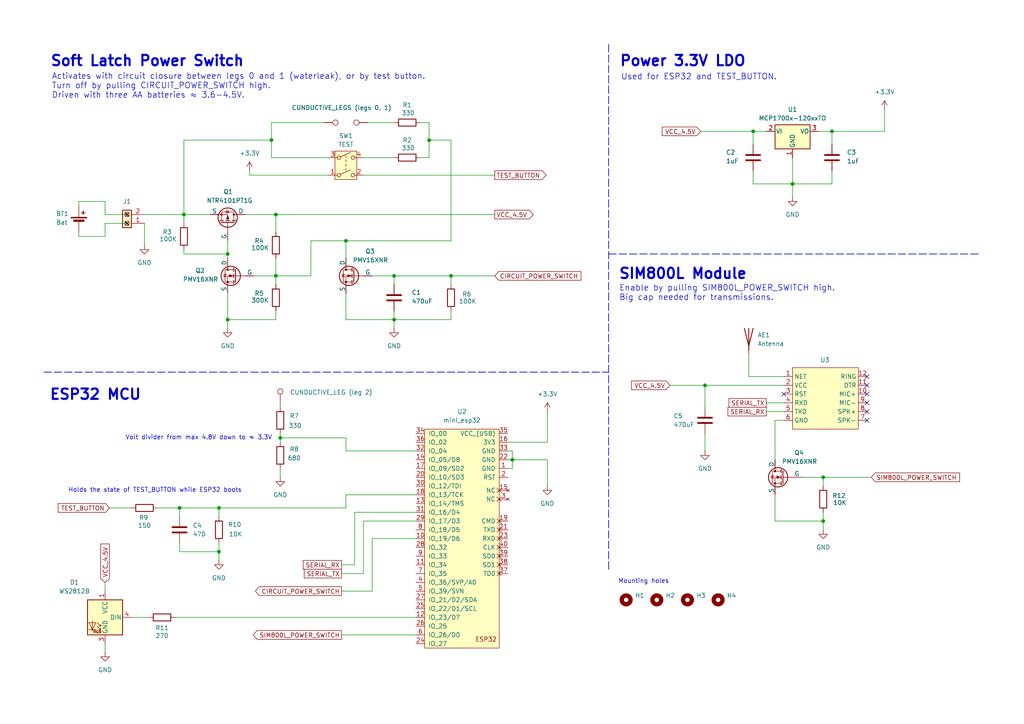
<source format=kicad_sch>
(kicad_sch
	(version 20231120)
	(generator "eeschema")
	(generator_version "8.0")
	(uuid "60aaadb6-22e4-4148-b1e3-ea6c0e67e0dd")
	(paper "A4")
	(title_block
		(title "Waterleak-SMS-alarm")
	)
	(lib_symbols
		(symbol "Connector:Screw_Terminal_01x02"
			(pin_names
				(offset 1.016) hide)
			(exclude_from_sim no)
			(in_bom yes)
			(on_board yes)
			(property "Reference" "J"
				(at 0 2.54 0)
				(effects
					(font
						(size 1.27 1.27)
					)
				)
			)
			(property "Value" "Screw_Terminal_01x02"
				(at 0 -5.08 0)
				(effects
					(font
						(size 1.27 1.27)
					)
				)
			)
			(property "Footprint" ""
				(at 0 0 0)
				(effects
					(font
						(size 1.27 1.27)
					)
					(hide yes)
				)
			)
			(property "Datasheet" "~"
				(at 0 0 0)
				(effects
					(font
						(size 1.27 1.27)
					)
					(hide yes)
				)
			)
			(property "Description" "Generic screw terminal, single row, 01x02, script generated (kicad-library-utils/schlib/autogen/connector/)"
				(at 0 0 0)
				(effects
					(font
						(size 1.27 1.27)
					)
					(hide yes)
				)
			)
			(property "ki_keywords" "screw terminal"
				(at 0 0 0)
				(effects
					(font
						(size 1.27 1.27)
					)
					(hide yes)
				)
			)
			(property "ki_fp_filters" "TerminalBlock*:*"
				(at 0 0 0)
				(effects
					(font
						(size 1.27 1.27)
					)
					(hide yes)
				)
			)
			(symbol "Screw_Terminal_01x02_1_1"
				(rectangle
					(start -1.27 1.27)
					(end 1.27 -3.81)
					(stroke
						(width 0.254)
						(type default)
					)
					(fill
						(type background)
					)
				)
				(circle
					(center 0 -2.54)
					(radius 0.635)
					(stroke
						(width 0.1524)
						(type default)
					)
					(fill
						(type none)
					)
				)
				(polyline
					(pts
						(xy -0.5334 -2.2098) (xy 0.3302 -3.048)
					)
					(stroke
						(width 0.1524)
						(type default)
					)
					(fill
						(type none)
					)
				)
				(polyline
					(pts
						(xy -0.5334 0.3302) (xy 0.3302 -0.508)
					)
					(stroke
						(width 0.1524)
						(type default)
					)
					(fill
						(type none)
					)
				)
				(polyline
					(pts
						(xy -0.3556 -2.032) (xy 0.508 -2.8702)
					)
					(stroke
						(width 0.1524)
						(type default)
					)
					(fill
						(type none)
					)
				)
				(polyline
					(pts
						(xy -0.3556 0.508) (xy 0.508 -0.3302)
					)
					(stroke
						(width 0.1524)
						(type default)
					)
					(fill
						(type none)
					)
				)
				(circle
					(center 0 0)
					(radius 0.635)
					(stroke
						(width 0.1524)
						(type default)
					)
					(fill
						(type none)
					)
				)
				(pin passive line
					(at -5.08 0 0)
					(length 3.81)
					(name "Pin_1"
						(effects
							(font
								(size 1.27 1.27)
							)
						)
					)
					(number "1"
						(effects
							(font
								(size 1.27 1.27)
							)
						)
					)
				)
				(pin passive line
					(at -5.08 -2.54 0)
					(length 3.81)
					(name "Pin_2"
						(effects
							(font
								(size 1.27 1.27)
							)
						)
					)
					(number "2"
						(effects
							(font
								(size 1.27 1.27)
							)
						)
					)
				)
			)
		)
		(symbol "Connector:TestPoint"
			(pin_numbers hide)
			(pin_names
				(offset 0.762) hide)
			(exclude_from_sim no)
			(in_bom yes)
			(on_board yes)
			(property "Reference" "TP"
				(at 0 6.858 0)
				(effects
					(font
						(size 1.27 1.27)
					)
				)
			)
			(property "Value" "TestPoint"
				(at 0 5.08 0)
				(effects
					(font
						(size 1.27 1.27)
					)
				)
			)
			(property "Footprint" ""
				(at 5.08 0 0)
				(effects
					(font
						(size 1.27 1.27)
					)
					(hide yes)
				)
			)
			(property "Datasheet" "~"
				(at 5.08 0 0)
				(effects
					(font
						(size 1.27 1.27)
					)
					(hide yes)
				)
			)
			(property "Description" "test point"
				(at 0 0 0)
				(effects
					(font
						(size 1.27 1.27)
					)
					(hide yes)
				)
			)
			(property "ki_keywords" "test point tp"
				(at 0 0 0)
				(effects
					(font
						(size 1.27 1.27)
					)
					(hide yes)
				)
			)
			(property "ki_fp_filters" "Pin* Test*"
				(at 0 0 0)
				(effects
					(font
						(size 1.27 1.27)
					)
					(hide yes)
				)
			)
			(symbol "TestPoint_0_1"
				(circle
					(center 0 3.302)
					(radius 0.762)
					(stroke
						(width 0)
						(type default)
					)
					(fill
						(type none)
					)
				)
			)
			(symbol "TestPoint_1_1"
				(pin passive line
					(at 0 0 90)
					(length 2.54)
					(name "1"
						(effects
							(font
								(size 1.27 1.27)
							)
						)
					)
					(number "1"
						(effects
							(font
								(size 1.27 1.27)
							)
						)
					)
				)
			)
		)
		(symbol "Device:Antenna"
			(pin_numbers hide)
			(pin_names
				(offset 1.016) hide)
			(exclude_from_sim no)
			(in_bom yes)
			(on_board yes)
			(property "Reference" "AE"
				(at -1.905 1.905 0)
				(effects
					(font
						(size 1.27 1.27)
					)
					(justify right)
				)
			)
			(property "Value" "Antenna"
				(at -1.905 0 0)
				(effects
					(font
						(size 1.27 1.27)
					)
					(justify right)
				)
			)
			(property "Footprint" ""
				(at 0 0 0)
				(effects
					(font
						(size 1.27 1.27)
					)
					(hide yes)
				)
			)
			(property "Datasheet" "~"
				(at 0 0 0)
				(effects
					(font
						(size 1.27 1.27)
					)
					(hide yes)
				)
			)
			(property "Description" "Antenna"
				(at 0 0 0)
				(effects
					(font
						(size 1.27 1.27)
					)
					(hide yes)
				)
			)
			(property "ki_keywords" "antenna"
				(at 0 0 0)
				(effects
					(font
						(size 1.27 1.27)
					)
					(hide yes)
				)
			)
			(symbol "Antenna_0_1"
				(polyline
					(pts
						(xy 0 2.54) (xy 0 -3.81)
					)
					(stroke
						(width 0.254)
						(type default)
					)
					(fill
						(type none)
					)
				)
				(polyline
					(pts
						(xy 1.27 2.54) (xy 0 -2.54) (xy -1.27 2.54)
					)
					(stroke
						(width 0.254)
						(type default)
					)
					(fill
						(type none)
					)
				)
			)
			(symbol "Antenna_1_1"
				(pin input line
					(at 0 -5.08 90)
					(length 2.54)
					(name "A"
						(effects
							(font
								(size 1.27 1.27)
							)
						)
					)
					(number "1"
						(effects
							(font
								(size 1.27 1.27)
							)
						)
					)
				)
			)
		)
		(symbol "Device:Battery_Cell"
			(pin_numbers hide)
			(pin_names
				(offset 0) hide)
			(exclude_from_sim no)
			(in_bom yes)
			(on_board yes)
			(property "Reference" "BT"
				(at 2.54 2.54 0)
				(effects
					(font
						(size 1.27 1.27)
					)
					(justify left)
				)
			)
			(property "Value" "Battery_Cell"
				(at 2.54 0 0)
				(effects
					(font
						(size 1.27 1.27)
					)
					(justify left)
				)
			)
			(property "Footprint" ""
				(at 0 1.524 90)
				(effects
					(font
						(size 1.27 1.27)
					)
					(hide yes)
				)
			)
			(property "Datasheet" "~"
				(at 0 1.524 90)
				(effects
					(font
						(size 1.27 1.27)
					)
					(hide yes)
				)
			)
			(property "Description" "Single-cell battery"
				(at 0 0 0)
				(effects
					(font
						(size 1.27 1.27)
					)
					(hide yes)
				)
			)
			(property "ki_keywords" "battery cell"
				(at 0 0 0)
				(effects
					(font
						(size 1.27 1.27)
					)
					(hide yes)
				)
			)
			(symbol "Battery_Cell_0_1"
				(rectangle
					(start -2.286 1.778)
					(end 2.286 1.524)
					(stroke
						(width 0)
						(type default)
					)
					(fill
						(type outline)
					)
				)
				(rectangle
					(start -1.524 1.016)
					(end 1.524 0.508)
					(stroke
						(width 0)
						(type default)
					)
					(fill
						(type outline)
					)
				)
				(polyline
					(pts
						(xy 0 0.762) (xy 0 0)
					)
					(stroke
						(width 0)
						(type default)
					)
					(fill
						(type none)
					)
				)
				(polyline
					(pts
						(xy 0 1.778) (xy 0 2.54)
					)
					(stroke
						(width 0)
						(type default)
					)
					(fill
						(type none)
					)
				)
				(polyline
					(pts
						(xy 0.762 3.048) (xy 1.778 3.048)
					)
					(stroke
						(width 0.254)
						(type default)
					)
					(fill
						(type none)
					)
				)
				(polyline
					(pts
						(xy 1.27 3.556) (xy 1.27 2.54)
					)
					(stroke
						(width 0.254)
						(type default)
					)
					(fill
						(type none)
					)
				)
			)
			(symbol "Battery_Cell_1_1"
				(pin passive line
					(at 0 5.08 270)
					(length 2.54)
					(name "+"
						(effects
							(font
								(size 1.27 1.27)
							)
						)
					)
					(number "1"
						(effects
							(font
								(size 1.27 1.27)
							)
						)
					)
				)
				(pin passive line
					(at 0 -2.54 90)
					(length 2.54)
					(name "-"
						(effects
							(font
								(size 1.27 1.27)
							)
						)
					)
					(number "2"
						(effects
							(font
								(size 1.27 1.27)
							)
						)
					)
				)
			)
		)
		(symbol "Device:C"
			(pin_numbers hide)
			(pin_names
				(offset 0.254)
			)
			(exclude_from_sim no)
			(in_bom yes)
			(on_board yes)
			(property "Reference" "C"
				(at 0.635 2.54 0)
				(effects
					(font
						(size 1.27 1.27)
					)
					(justify left)
				)
			)
			(property "Value" "C"
				(at 0.635 -2.54 0)
				(effects
					(font
						(size 1.27 1.27)
					)
					(justify left)
				)
			)
			(property "Footprint" ""
				(at 0.9652 -3.81 0)
				(effects
					(font
						(size 1.27 1.27)
					)
					(hide yes)
				)
			)
			(property "Datasheet" "~"
				(at 0 0 0)
				(effects
					(font
						(size 1.27 1.27)
					)
					(hide yes)
				)
			)
			(property "Description" "Unpolarized capacitor"
				(at 0 0 0)
				(effects
					(font
						(size 1.27 1.27)
					)
					(hide yes)
				)
			)
			(property "ki_keywords" "cap capacitor"
				(at 0 0 0)
				(effects
					(font
						(size 1.27 1.27)
					)
					(hide yes)
				)
			)
			(property "ki_fp_filters" "C_*"
				(at 0 0 0)
				(effects
					(font
						(size 1.27 1.27)
					)
					(hide yes)
				)
			)
			(symbol "C_0_1"
				(polyline
					(pts
						(xy -2.032 -0.762) (xy 2.032 -0.762)
					)
					(stroke
						(width 0.508)
						(type default)
					)
					(fill
						(type none)
					)
				)
				(polyline
					(pts
						(xy -2.032 0.762) (xy 2.032 0.762)
					)
					(stroke
						(width 0.508)
						(type default)
					)
					(fill
						(type none)
					)
				)
			)
			(symbol "C_1_1"
				(pin passive line
					(at 0 3.81 270)
					(length 2.794)
					(name "~"
						(effects
							(font
								(size 1.27 1.27)
							)
						)
					)
					(number "1"
						(effects
							(font
								(size 1.27 1.27)
							)
						)
					)
				)
				(pin passive line
					(at 0 -3.81 90)
					(length 2.794)
					(name "~"
						(effects
							(font
								(size 1.27 1.27)
							)
						)
					)
					(number "2"
						(effects
							(font
								(size 1.27 1.27)
							)
						)
					)
				)
			)
		)
		(symbol "Device:R"
			(pin_numbers hide)
			(pin_names
				(offset 0)
			)
			(exclude_from_sim no)
			(in_bom yes)
			(on_board yes)
			(property "Reference" "R"
				(at 2.032 0 90)
				(effects
					(font
						(size 1.27 1.27)
					)
				)
			)
			(property "Value" "R"
				(at 0 0 90)
				(effects
					(font
						(size 1.27 1.27)
					)
				)
			)
			(property "Footprint" ""
				(at -1.778 0 90)
				(effects
					(font
						(size 1.27 1.27)
					)
					(hide yes)
				)
			)
			(property "Datasheet" "~"
				(at 0 0 0)
				(effects
					(font
						(size 1.27 1.27)
					)
					(hide yes)
				)
			)
			(property "Description" "Resistor"
				(at 0 0 0)
				(effects
					(font
						(size 1.27 1.27)
					)
					(hide yes)
				)
			)
			(property "ki_keywords" "R res resistor"
				(at 0 0 0)
				(effects
					(font
						(size 1.27 1.27)
					)
					(hide yes)
				)
			)
			(property "ki_fp_filters" "R_*"
				(at 0 0 0)
				(effects
					(font
						(size 1.27 1.27)
					)
					(hide yes)
				)
			)
			(symbol "R_0_1"
				(rectangle
					(start -1.016 -2.54)
					(end 1.016 2.54)
					(stroke
						(width 0.254)
						(type default)
					)
					(fill
						(type none)
					)
				)
			)
			(symbol "R_1_1"
				(pin passive line
					(at 0 3.81 270)
					(length 1.27)
					(name "~"
						(effects
							(font
								(size 1.27 1.27)
							)
						)
					)
					(number "1"
						(effects
							(font
								(size 1.27 1.27)
							)
						)
					)
				)
				(pin passive line
					(at 0 -3.81 90)
					(length 1.27)
					(name "~"
						(effects
							(font
								(size 1.27 1.27)
							)
						)
					)
					(number "2"
						(effects
							(font
								(size 1.27 1.27)
							)
						)
					)
				)
			)
		)
		(symbol "LED:WS2812B"
			(pin_names
				(offset 0.254)
			)
			(exclude_from_sim no)
			(in_bom yes)
			(on_board yes)
			(property "Reference" "D2"
				(at 11.43 6.3186 0)
				(effects
					(font
						(size 1.27 1.27)
					)
				)
			)
			(property "Value" "WS2812B"
				(at 11.43 3.7786 0)
				(effects
					(font
						(size 1.27 1.27)
					)
				)
			)
			(property "Footprint" "LED_SMD:LED_WS2812B_PLCC4_5.0x5.0mm_P3.2mm"
				(at 1.27 -7.62 0)
				(effects
					(font
						(size 1.27 1.27)
					)
					(justify left top)
					(hide yes)
				)
			)
			(property "Datasheet" "https://cdn-shop.adafruit.com/datasheets/WS2812B.pdf"
				(at 2.54 -9.525 0)
				(effects
					(font
						(size 1.27 1.27)
					)
					(justify left top)
					(hide yes)
				)
			)
			(property "Description" "RGB LED with integrated controller"
				(at 1.27 -13.208 0)
				(effects
					(font
						(size 1.27 1.27)
					)
					(hide yes)
				)
			)
			(property "ki_keywords" "RGB LED NeoPixel addressable"
				(at 0 0 0)
				(effects
					(font
						(size 1.27 1.27)
					)
					(hide yes)
				)
			)
			(property "ki_fp_filters" "LED*WS2812*PLCC*5.0x5.0mm*P3.2mm*"
				(at 0 0 0)
				(effects
					(font
						(size 1.27 1.27)
					)
					(hide yes)
				)
			)
			(symbol "WS2812B_0_0"
				(text "RGB"
					(at 2.286 -4.191 0)
					(effects
						(font
							(size 0.762 0.762)
						)
					)
				)
			)
			(symbol "WS2812B_0_1"
				(rectangle
					(start -5.08 5.08)
					(end 5.08 -5.08)
					(stroke
						(width 0.254)
						(type default)
					)
					(fill
						(type background)
					)
				)
				(polyline
					(pts
						(xy 1.27 -3.556) (xy 1.778 -3.556)
					)
					(stroke
						(width 0)
						(type default)
					)
					(fill
						(type none)
					)
				)
				(polyline
					(pts
						(xy 1.27 -2.54) (xy 1.778 -2.54)
					)
					(stroke
						(width 0)
						(type default)
					)
					(fill
						(type none)
					)
				)
				(polyline
					(pts
						(xy 4.699 -3.556) (xy 2.667 -3.556)
					)
					(stroke
						(width 0)
						(type default)
					)
					(fill
						(type none)
					)
				)
				(polyline
					(pts
						(xy 2.286 -2.54) (xy 1.27 -3.556) (xy 1.27 -3.048)
					)
					(stroke
						(width 0)
						(type default)
					)
					(fill
						(type none)
					)
				)
				(polyline
					(pts
						(xy 2.286 -1.524) (xy 1.27 -2.54) (xy 1.27 -2.032)
					)
					(stroke
						(width 0)
						(type default)
					)
					(fill
						(type none)
					)
				)
				(polyline
					(pts
						(xy 3.683 -1.016) (xy 3.683 -3.556) (xy 3.683 -4.064)
					)
					(stroke
						(width 0)
						(type default)
					)
					(fill
						(type none)
					)
				)
				(polyline
					(pts
						(xy 4.699 -1.524) (xy 2.667 -1.524) (xy 3.683 -3.556) (xy 4.699 -1.524)
					)
					(stroke
						(width 0)
						(type default)
					)
					(fill
						(type none)
					)
				)
			)
			(symbol "WS2812B_1_1"
				(pin power_in line
					(at 0 7.62 270)
					(length 2.54)
					(name "VCC"
						(effects
							(font
								(size 1.27 1.27)
							)
						)
					)
					(number "1"
						(effects
							(font
								(size 1.27 1.27)
							)
						)
					)
				)
				(pin passive line
					(at 0 -7.62 90)
					(length 2.54)
					(name "GND"
						(effects
							(font
								(size 1.27 1.27)
							)
						)
					)
					(number "3"
						(effects
							(font
								(size 1.27 1.27)
							)
						)
					)
				)
				(pin input line
					(at -7.62 0 0)
					(length 2.54)
					(name "DIN"
						(effects
							(font
								(size 1.27 1.27)
							)
						)
					)
					(number "4"
						(effects
							(font
								(size 1.27 1.27)
							)
						)
					)
				)
			)
		)
		(symbol "Mechanical:MountingHole"
			(pin_names
				(offset 1.016)
			)
			(exclude_from_sim yes)
			(in_bom no)
			(on_board yes)
			(property "Reference" "H"
				(at 0 5.08 0)
				(effects
					(font
						(size 1.27 1.27)
					)
				)
			)
			(property "Value" "MountingHole"
				(at 0 3.175 0)
				(effects
					(font
						(size 1.27 1.27)
					)
				)
			)
			(property "Footprint" ""
				(at 0 0 0)
				(effects
					(font
						(size 1.27 1.27)
					)
					(hide yes)
				)
			)
			(property "Datasheet" "~"
				(at 0 0 0)
				(effects
					(font
						(size 1.27 1.27)
					)
					(hide yes)
				)
			)
			(property "Description" "Mounting Hole without connection"
				(at 0 0 0)
				(effects
					(font
						(size 1.27 1.27)
					)
					(hide yes)
				)
			)
			(property "ki_keywords" "mounting hole"
				(at 0 0 0)
				(effects
					(font
						(size 1.27 1.27)
					)
					(hide yes)
				)
			)
			(property "ki_fp_filters" "MountingHole*"
				(at 0 0 0)
				(effects
					(font
						(size 1.27 1.27)
					)
					(hide yes)
				)
			)
			(symbol "MountingHole_0_1"
				(circle
					(center 0 0)
					(radius 1.27)
					(stroke
						(width 1.27)
						(type default)
					)
					(fill
						(type none)
					)
				)
			)
		)
		(symbol "Regulator_Linear:MCP1700x-120xxMB"
			(pin_names
				(offset 0.254)
			)
			(exclude_from_sim no)
			(in_bom yes)
			(on_board yes)
			(property "Reference" "U"
				(at -3.81 3.175 0)
				(effects
					(font
						(size 1.27 1.27)
					)
				)
			)
			(property "Value" "MCP1700x-120xxMB"
				(at 0 3.175 0)
				(effects
					(font
						(size 1.27 1.27)
					)
					(justify left)
				)
			)
			(property "Footprint" "Package_TO_SOT_SMD:SOT-89-3"
				(at 0 5.08 0)
				(effects
					(font
						(size 1.27 1.27)
					)
					(hide yes)
				)
			)
			(property "Datasheet" "http://ww1.microchip.com/downloads/en/DeviceDoc/20001826D.pdf"
				(at 0 -1.27 0)
				(effects
					(font
						(size 1.27 1.27)
					)
					(hide yes)
				)
			)
			(property "Description" "250mA Low Quiscent Current LDO, 1.2V output, SOT-89"
				(at 0 0 0)
				(effects
					(font
						(size 1.27 1.27)
					)
					(hide yes)
				)
			)
			(property "ki_keywords" "regulator linear ldo"
				(at 0 0 0)
				(effects
					(font
						(size 1.27 1.27)
					)
					(hide yes)
				)
			)
			(property "ki_fp_filters" "SOT?89*"
				(at 0 0 0)
				(effects
					(font
						(size 1.27 1.27)
					)
					(hide yes)
				)
			)
			(symbol "MCP1700x-120xxMB_0_1"
				(rectangle
					(start -5.08 -5.08)
					(end 5.08 1.905)
					(stroke
						(width 0.254)
						(type default)
					)
					(fill
						(type background)
					)
				)
			)
			(symbol "MCP1700x-120xxMB_1_1"
				(pin power_in line
					(at 0 -7.62 90)
					(length 2.54)
					(name "GND"
						(effects
							(font
								(size 1.27 1.27)
							)
						)
					)
					(number "1"
						(effects
							(font
								(size 1.27 1.27)
							)
						)
					)
				)
				(pin power_in line
					(at -7.62 0 0)
					(length 2.54)
					(name "VI"
						(effects
							(font
								(size 1.27 1.27)
							)
						)
					)
					(number "2"
						(effects
							(font
								(size 1.27 1.27)
							)
						)
					)
				)
				(pin power_out line
					(at 7.62 0 180)
					(length 2.54)
					(name "VO"
						(effects
							(font
								(size 1.27 1.27)
							)
						)
					)
					(number "3"
						(effects
							(font
								(size 1.27 1.27)
							)
						)
					)
				)
			)
		)
		(symbol "Simulation_SPICE:NMOS"
			(pin_numbers hide)
			(pin_names
				(offset 0)
			)
			(exclude_from_sim no)
			(in_bom yes)
			(on_board yes)
			(property "Reference" "Q"
				(at 5.08 1.27 0)
				(effects
					(font
						(size 1.27 1.27)
					)
					(justify left)
				)
			)
			(property "Value" "NMOS"
				(at 5.08 -1.27 0)
				(effects
					(font
						(size 1.27 1.27)
					)
					(justify left)
				)
			)
			(property "Footprint" ""
				(at 5.08 2.54 0)
				(effects
					(font
						(size 1.27 1.27)
					)
					(hide yes)
				)
			)
			(property "Datasheet" "https://ngspice.sourceforge.io/docs/ngspice-html-manual/manual.xhtml#cha_MOSFETs"
				(at 0 -12.7 0)
				(effects
					(font
						(size 1.27 1.27)
					)
					(hide yes)
				)
			)
			(property "Description" "N-MOSFET transistor, drain/source/gate"
				(at 0 0 0)
				(effects
					(font
						(size 1.27 1.27)
					)
					(hide yes)
				)
			)
			(property "Sim.Device" "NMOS"
				(at 0 -17.145 0)
				(effects
					(font
						(size 1.27 1.27)
					)
					(hide yes)
				)
			)
			(property "Sim.Type" "VDMOS"
				(at 0 -19.05 0)
				(effects
					(font
						(size 1.27 1.27)
					)
					(hide yes)
				)
			)
			(property "Sim.Pins" "1=D 2=G 3=S"
				(at 0 -15.24 0)
				(effects
					(font
						(size 1.27 1.27)
					)
					(hide yes)
				)
			)
			(property "ki_keywords" "transistor NMOS N-MOS N-MOSFET simulation"
				(at 0 0 0)
				(effects
					(font
						(size 1.27 1.27)
					)
					(hide yes)
				)
			)
			(symbol "NMOS_0_1"
				(polyline
					(pts
						(xy 0.254 0) (xy -2.54 0)
					)
					(stroke
						(width 0)
						(type default)
					)
					(fill
						(type none)
					)
				)
				(polyline
					(pts
						(xy 0.254 1.905) (xy 0.254 -1.905)
					)
					(stroke
						(width 0.254)
						(type default)
					)
					(fill
						(type none)
					)
				)
				(polyline
					(pts
						(xy 0.762 -1.27) (xy 0.762 -2.286)
					)
					(stroke
						(width 0.254)
						(type default)
					)
					(fill
						(type none)
					)
				)
				(polyline
					(pts
						(xy 0.762 0.508) (xy 0.762 -0.508)
					)
					(stroke
						(width 0.254)
						(type default)
					)
					(fill
						(type none)
					)
				)
				(polyline
					(pts
						(xy 0.762 2.286) (xy 0.762 1.27)
					)
					(stroke
						(width 0.254)
						(type default)
					)
					(fill
						(type none)
					)
				)
				(polyline
					(pts
						(xy 2.54 2.54) (xy 2.54 1.778)
					)
					(stroke
						(width 0)
						(type default)
					)
					(fill
						(type none)
					)
				)
				(polyline
					(pts
						(xy 2.54 -2.54) (xy 2.54 0) (xy 0.762 0)
					)
					(stroke
						(width 0)
						(type default)
					)
					(fill
						(type none)
					)
				)
				(polyline
					(pts
						(xy 0.762 -1.778) (xy 3.302 -1.778) (xy 3.302 1.778) (xy 0.762 1.778)
					)
					(stroke
						(width 0)
						(type default)
					)
					(fill
						(type none)
					)
				)
				(polyline
					(pts
						(xy 1.016 0) (xy 2.032 0.381) (xy 2.032 -0.381) (xy 1.016 0)
					)
					(stroke
						(width 0)
						(type default)
					)
					(fill
						(type outline)
					)
				)
				(polyline
					(pts
						(xy 2.794 0.508) (xy 2.921 0.381) (xy 3.683 0.381) (xy 3.81 0.254)
					)
					(stroke
						(width 0)
						(type default)
					)
					(fill
						(type none)
					)
				)
				(polyline
					(pts
						(xy 3.302 0.381) (xy 2.921 -0.254) (xy 3.683 -0.254) (xy 3.302 0.381)
					)
					(stroke
						(width 0)
						(type default)
					)
					(fill
						(type none)
					)
				)
				(circle
					(center 1.651 0)
					(radius 2.794)
					(stroke
						(width 0.254)
						(type default)
					)
					(fill
						(type none)
					)
				)
				(circle
					(center 2.54 -1.778)
					(radius 0.254)
					(stroke
						(width 0)
						(type default)
					)
					(fill
						(type outline)
					)
				)
				(circle
					(center 2.54 1.778)
					(radius 0.254)
					(stroke
						(width 0)
						(type default)
					)
					(fill
						(type outline)
					)
				)
			)
			(symbol "NMOS_1_1"
				(pin passive line
					(at 2.54 5.08 270)
					(length 2.54)
					(name "D"
						(effects
							(font
								(size 1.27 1.27)
							)
						)
					)
					(number "1"
						(effects
							(font
								(size 1.27 1.27)
							)
						)
					)
				)
				(pin input line
					(at -5.08 0 0)
					(length 2.54)
					(name "G"
						(effects
							(font
								(size 1.27 1.27)
							)
						)
					)
					(number "2"
						(effects
							(font
								(size 1.27 1.27)
							)
						)
					)
				)
				(pin passive line
					(at 2.54 -5.08 90)
					(length 2.54)
					(name "S"
						(effects
							(font
								(size 1.27 1.27)
							)
						)
					)
					(number "3"
						(effects
							(font
								(size 1.27 1.27)
							)
						)
					)
				)
			)
		)
		(symbol "Simulation_SPICE:PMOS"
			(pin_numbers hide)
			(pin_names
				(offset 0)
			)
			(exclude_from_sim no)
			(in_bom yes)
			(on_board yes)
			(property "Reference" "Q"
				(at 5.08 1.27 0)
				(effects
					(font
						(size 1.27 1.27)
					)
					(justify left)
				)
			)
			(property "Value" "PMOS"
				(at 5.08 -1.27 0)
				(effects
					(font
						(size 1.27 1.27)
					)
					(justify left)
				)
			)
			(property "Footprint" ""
				(at 5.08 2.54 0)
				(effects
					(font
						(size 1.27 1.27)
					)
					(hide yes)
				)
			)
			(property "Datasheet" "https://ngspice.sourceforge.io/docs/ngspice-html-manual/manual.xhtml#cha_MOSFETs"
				(at 0 -12.7 0)
				(effects
					(font
						(size 1.27 1.27)
					)
					(hide yes)
				)
			)
			(property "Description" "P-MOSFET transistor, drain/source/gate"
				(at 0 0 0)
				(effects
					(font
						(size 1.27 1.27)
					)
					(hide yes)
				)
			)
			(property "Sim.Device" "PMOS"
				(at 0 -17.145 0)
				(effects
					(font
						(size 1.27 1.27)
					)
					(hide yes)
				)
			)
			(property "Sim.Type" "VDMOS"
				(at 0 -19.05 0)
				(effects
					(font
						(size 1.27 1.27)
					)
					(hide yes)
				)
			)
			(property "Sim.Pins" "1=D 2=G 3=S"
				(at 0 -15.24 0)
				(effects
					(font
						(size 1.27 1.27)
					)
					(hide yes)
				)
			)
			(property "ki_keywords" "transistor PMOS P-MOS P-MOSFET simulation"
				(at 0 0 0)
				(effects
					(font
						(size 1.27 1.27)
					)
					(hide yes)
				)
			)
			(symbol "PMOS_0_1"
				(polyline
					(pts
						(xy 0.254 0) (xy -2.54 0)
					)
					(stroke
						(width 0)
						(type default)
					)
					(fill
						(type none)
					)
				)
				(polyline
					(pts
						(xy 0.254 1.905) (xy 0.254 -1.905)
					)
					(stroke
						(width 0.254)
						(type default)
					)
					(fill
						(type none)
					)
				)
				(polyline
					(pts
						(xy 0.762 -1.27) (xy 0.762 -2.286)
					)
					(stroke
						(width 0.254)
						(type default)
					)
					(fill
						(type none)
					)
				)
				(polyline
					(pts
						(xy 0.762 0.508) (xy 0.762 -0.508)
					)
					(stroke
						(width 0.254)
						(type default)
					)
					(fill
						(type none)
					)
				)
				(polyline
					(pts
						(xy 0.762 2.286) (xy 0.762 1.27)
					)
					(stroke
						(width 0.254)
						(type default)
					)
					(fill
						(type none)
					)
				)
				(polyline
					(pts
						(xy 2.54 2.54) (xy 2.54 1.778)
					)
					(stroke
						(width 0)
						(type default)
					)
					(fill
						(type none)
					)
				)
				(polyline
					(pts
						(xy 2.54 -2.54) (xy 2.54 0) (xy 0.762 0)
					)
					(stroke
						(width 0)
						(type default)
					)
					(fill
						(type none)
					)
				)
				(polyline
					(pts
						(xy 0.762 1.778) (xy 3.302 1.778) (xy 3.302 -1.778) (xy 0.762 -1.778)
					)
					(stroke
						(width 0)
						(type default)
					)
					(fill
						(type none)
					)
				)
				(polyline
					(pts
						(xy 2.286 0) (xy 1.27 0.381) (xy 1.27 -0.381) (xy 2.286 0)
					)
					(stroke
						(width 0)
						(type default)
					)
					(fill
						(type outline)
					)
				)
				(polyline
					(pts
						(xy 2.794 -0.508) (xy 2.921 -0.381) (xy 3.683 -0.381) (xy 3.81 -0.254)
					)
					(stroke
						(width 0)
						(type default)
					)
					(fill
						(type none)
					)
				)
				(polyline
					(pts
						(xy 3.302 -0.381) (xy 2.921 0.254) (xy 3.683 0.254) (xy 3.302 -0.381)
					)
					(stroke
						(width 0)
						(type default)
					)
					(fill
						(type none)
					)
				)
				(circle
					(center 1.651 0)
					(radius 2.794)
					(stroke
						(width 0.254)
						(type default)
					)
					(fill
						(type none)
					)
				)
				(circle
					(center 2.54 -1.778)
					(radius 0.254)
					(stroke
						(width 0)
						(type default)
					)
					(fill
						(type outline)
					)
				)
				(circle
					(center 2.54 1.778)
					(radius 0.254)
					(stroke
						(width 0)
						(type default)
					)
					(fill
						(type outline)
					)
				)
			)
			(symbol "PMOS_1_1"
				(pin passive line
					(at 2.54 5.08 270)
					(length 2.54)
					(name "D"
						(effects
							(font
								(size 1.27 1.27)
							)
						)
					)
					(number "1"
						(effects
							(font
								(size 1.27 1.27)
							)
						)
					)
				)
				(pin input line
					(at -5.08 0 0)
					(length 2.54)
					(name "G"
						(effects
							(font
								(size 1.27 1.27)
							)
						)
					)
					(number "2"
						(effects
							(font
								(size 1.27 1.27)
							)
						)
					)
				)
				(pin passive line
					(at 2.54 -5.08 90)
					(length 2.54)
					(name "S"
						(effects
							(font
								(size 1.27 1.27)
							)
						)
					)
					(number "3"
						(effects
							(font
								(size 1.27 1.27)
							)
						)
					)
				)
			)
		)
		(symbol "Switch:SW_DPST"
			(pin_names
				(offset 0) hide)
			(exclude_from_sim no)
			(in_bom yes)
			(on_board yes)
			(property "Reference" "SW"
				(at 0 6.35 0)
				(effects
					(font
						(size 1.27 1.27)
					)
				)
			)
			(property "Value" "SW_DPST"
				(at 0 -5.08 0)
				(effects
					(font
						(size 1.27 1.27)
					)
				)
			)
			(property "Footprint" ""
				(at 0 0 0)
				(effects
					(font
						(size 1.27 1.27)
					)
					(hide yes)
				)
			)
			(property "Datasheet" "~"
				(at 0 0 0)
				(effects
					(font
						(size 1.27 1.27)
					)
					(hide yes)
				)
			)
			(property "Description" "Double Pole Single Throw (DPST) Switch"
				(at 0 0 0)
				(effects
					(font
						(size 1.27 1.27)
					)
					(hide yes)
				)
			)
			(property "ki_keywords" "switch dual double-pole single-throw OFF-ON"
				(at 0 0 0)
				(effects
					(font
						(size 1.27 1.27)
					)
					(hide yes)
				)
			)
			(symbol "SW_DPST_0_0"
				(circle
					(center -2.032 -2.54)
					(radius 0.508)
					(stroke
						(width 0)
						(type default)
					)
					(fill
						(type none)
					)
				)
				(circle
					(center -2.032 2.54)
					(radius 0.508)
					(stroke
						(width 0)
						(type default)
					)
					(fill
						(type none)
					)
				)
				(polyline
					(pts
						(xy -1.524 -2.286) (xy 1.27 -1.016)
					)
					(stroke
						(width 0)
						(type default)
					)
					(fill
						(type none)
					)
				)
				(polyline
					(pts
						(xy -1.524 2.794) (xy 1.27 4.064)
					)
					(stroke
						(width 0)
						(type default)
					)
					(fill
						(type none)
					)
				)
				(polyline
					(pts
						(xy 0 -1.27) (xy 0 -0.635)
					)
					(stroke
						(width 0)
						(type default)
					)
					(fill
						(type none)
					)
				)
				(polyline
					(pts
						(xy 0 0) (xy 0 0.635)
					)
					(stroke
						(width 0)
						(type default)
					)
					(fill
						(type none)
					)
				)
				(polyline
					(pts
						(xy 0 1.27) (xy 0 1.905)
					)
					(stroke
						(width 0)
						(type default)
					)
					(fill
						(type none)
					)
				)
				(polyline
					(pts
						(xy 0 2.54) (xy 0 3.175)
					)
					(stroke
						(width 0)
						(type default)
					)
					(fill
						(type none)
					)
				)
				(circle
					(center 2.032 -2.54)
					(radius 0.508)
					(stroke
						(width 0)
						(type default)
					)
					(fill
						(type none)
					)
				)
				(circle
					(center 2.032 2.54)
					(radius 0.508)
					(stroke
						(width 0)
						(type default)
					)
					(fill
						(type none)
					)
				)
			)
			(symbol "SW_DPST_1_1"
				(rectangle
					(start -3.175 4.445)
					(end 3.175 -3.81)
					(stroke
						(width 0)
						(type default)
					)
					(fill
						(type background)
					)
				)
				(pin passive line
					(at -5.08 -2.54 0)
					(length 2.54)
					(name "1"
						(effects
							(font
								(size 1.27 1.27)
							)
						)
					)
					(number "1"
						(effects
							(font
								(size 1.27 1.27)
							)
						)
					)
				)
				(pin passive line
					(at 5.08 -2.54 180)
					(length 2.54)
					(name "2"
						(effects
							(font
								(size 1.27 1.27)
							)
						)
					)
					(number "2"
						(effects
							(font
								(size 1.27 1.27)
							)
						)
					)
				)
				(pin passive line
					(at -5.08 2.54 0)
					(length 2.54)
					(name "3"
						(effects
							(font
								(size 1.27 1.27)
							)
						)
					)
					(number "3"
						(effects
							(font
								(size 1.27 1.27)
							)
						)
					)
				)
				(pin passive line
					(at 5.08 2.54 180)
					(length 2.54)
					(name "4"
						(effects
							(font
								(size 1.27 1.27)
							)
						)
					)
					(number "4"
						(effects
							(font
								(size 1.27 1.27)
							)
						)
					)
				)
			)
		)
		(symbol "power:+3.3V"
			(power)
			(pin_numbers hide)
			(pin_names
				(offset 0) hide)
			(exclude_from_sim no)
			(in_bom yes)
			(on_board yes)
			(property "Reference" "#PWR"
				(at 0 -3.81 0)
				(effects
					(font
						(size 1.27 1.27)
					)
					(hide yes)
				)
			)
			(property "Value" "+3.3V"
				(at 0 3.556 0)
				(effects
					(font
						(size 1.27 1.27)
					)
				)
			)
			(property "Footprint" ""
				(at 0 0 0)
				(effects
					(font
						(size 1.27 1.27)
					)
					(hide yes)
				)
			)
			(property "Datasheet" ""
				(at 0 0 0)
				(effects
					(font
						(size 1.27 1.27)
					)
					(hide yes)
				)
			)
			(property "Description" "Power symbol creates a global label with name \"+3.3V\""
				(at 0 0 0)
				(effects
					(font
						(size 1.27 1.27)
					)
					(hide yes)
				)
			)
			(property "ki_keywords" "global power"
				(at 0 0 0)
				(effects
					(font
						(size 1.27 1.27)
					)
					(hide yes)
				)
			)
			(symbol "+3.3V_0_1"
				(polyline
					(pts
						(xy -0.762 1.27) (xy 0 2.54)
					)
					(stroke
						(width 0)
						(type default)
					)
					(fill
						(type none)
					)
				)
				(polyline
					(pts
						(xy 0 0) (xy 0 2.54)
					)
					(stroke
						(width 0)
						(type default)
					)
					(fill
						(type none)
					)
				)
				(polyline
					(pts
						(xy 0 2.54) (xy 0.762 1.27)
					)
					(stroke
						(width 0)
						(type default)
					)
					(fill
						(type none)
					)
				)
			)
			(symbol "+3.3V_1_1"
				(pin power_in line
					(at 0 0 90)
					(length 0)
					(name "~"
						(effects
							(font
								(size 1.27 1.27)
							)
						)
					)
					(number "1"
						(effects
							(font
								(size 1.27 1.27)
							)
						)
					)
				)
			)
		)
		(symbol "power:GND"
			(power)
			(pin_numbers hide)
			(pin_names
				(offset 0) hide)
			(exclude_from_sim no)
			(in_bom yes)
			(on_board yes)
			(property "Reference" "#PWR"
				(at 0 -6.35 0)
				(effects
					(font
						(size 1.27 1.27)
					)
					(hide yes)
				)
			)
			(property "Value" "GND"
				(at 0 -3.81 0)
				(effects
					(font
						(size 1.27 1.27)
					)
				)
			)
			(property "Footprint" ""
				(at 0 0 0)
				(effects
					(font
						(size 1.27 1.27)
					)
					(hide yes)
				)
			)
			(property "Datasheet" ""
				(at 0 0 0)
				(effects
					(font
						(size 1.27 1.27)
					)
					(hide yes)
				)
			)
			(property "Description" "Power symbol creates a global label with name \"GND\" , ground"
				(at 0 0 0)
				(effects
					(font
						(size 1.27 1.27)
					)
					(hide yes)
				)
			)
			(property "ki_keywords" "global power"
				(at 0 0 0)
				(effects
					(font
						(size 1.27 1.27)
					)
					(hide yes)
				)
			)
			(symbol "GND_0_1"
				(polyline
					(pts
						(xy 0 0) (xy 0 -1.27) (xy 1.27 -1.27) (xy 0 -2.54) (xy -1.27 -1.27) (xy 0 -1.27)
					)
					(stroke
						(width 0)
						(type default)
					)
					(fill
						(type none)
					)
				)
			)
			(symbol "GND_1_1"
				(pin power_in line
					(at 0 0 270)
					(length 0)
					(name "~"
						(effects
							(font
								(size 1.27 1.27)
							)
						)
					)
					(number "1"
						(effects
							(font
								(size 1.27 1.27)
							)
						)
					)
				)
			)
		)
		(symbol "sim800l-core:SIM800L-CORE"
			(exclude_from_sim no)
			(in_bom yes)
			(on_board yes)
			(property "Reference" "U"
				(at -7.62 8.89 0)
				(effects
					(font
						(size 1.27 1.27)
					)
				)
			)
			(property "Value" "SIM800L-CORE"
				(at 0 -12.7 0)
				(effects
					(font
						(size 1.27 1.27)
					)
				)
			)
			(property "Footprint" ""
				(at 0 0 0)
				(effects
					(font
						(size 1.27 1.27)
					)
					(hide yes)
				)
			)
			(property "Datasheet" ""
				(at 0 0 0)
				(effects
					(font
						(size 1.27 1.27)
					)
					(hide yes)
				)
			)
			(property "Description" ""
				(at 0 0 0)
				(effects
					(font
						(size 1.27 1.27)
					)
					(hide yes)
				)
			)
			(symbol "SIM800L-CORE_0_1"
				(rectangle
					(start -8.89 7.62)
					(end 10.16 -10.16)
					(stroke
						(width 0.1524)
						(type default)
					)
					(fill
						(type background)
					)
				)
			)
			(symbol "SIM800L-CORE_1_1"
				(pin bidirectional line
					(at -11.43 5.08 0)
					(length 2.54)
					(name "NET"
						(effects
							(font
								(size 1.27 1.27)
							)
						)
					)
					(number "1"
						(effects
							(font
								(size 1.27 1.27)
							)
						)
					)
				)
				(pin output line
					(at 12.7 0 180)
					(length 2.54)
					(name "MIC+"
						(effects
							(font
								(size 1.27 1.27)
							)
						)
					)
					(number "10"
						(effects
							(font
								(size 1.27 1.27)
							)
						)
					)
				)
				(pin passive line
					(at 12.7 2.54 180)
					(length 2.54)
					(name "DTR"
						(effects
							(font
								(size 1.27 1.27)
							)
						)
					)
					(number "11"
						(effects
							(font
								(size 1.27 1.27)
							)
						)
					)
				)
				(pin output line
					(at 12.7 5.08 180)
					(length 2.54)
					(name "RING"
						(effects
							(font
								(size 1.27 1.27)
							)
						)
					)
					(number "12"
						(effects
							(font
								(size 1.27 1.27)
							)
						)
					)
				)
				(pin power_in line
					(at -11.43 2.54 0)
					(length 2.54)
					(name "VCC"
						(effects
							(font
								(size 1.27 1.27)
							)
						)
					)
					(number "2"
						(effects
							(font
								(size 1.27 1.27)
							)
						)
					)
				)
				(pin input line
					(at -11.43 0 0)
					(length 2.54)
					(name "RST"
						(effects
							(font
								(size 1.27 1.27)
							)
						)
					)
					(number "3"
						(effects
							(font
								(size 1.27 1.27)
							)
						)
					)
				)
				(pin input line
					(at -11.43 -2.54 0)
					(length 2.54)
					(name "RXD"
						(effects
							(font
								(size 1.27 1.27)
							)
						)
					)
					(number "4"
						(effects
							(font
								(size 1.27 1.27)
							)
						)
					)
				)
				(pin output line
					(at -11.43 -5.08 0)
					(length 2.54)
					(name "TXD"
						(effects
							(font
								(size 1.27 1.27)
							)
						)
					)
					(number "5"
						(effects
							(font
								(size 1.27 1.27)
							)
						)
					)
				)
				(pin power_in line
					(at -11.43 -7.62 0)
					(length 2.54)
					(name "GND"
						(effects
							(font
								(size 1.27 1.27)
							)
						)
					)
					(number "6"
						(effects
							(font
								(size 1.27 1.27)
							)
						)
					)
				)
				(pin output line
					(at 12.7 -7.62 180)
					(length 2.54)
					(name "SPK-"
						(effects
							(font
								(size 1.27 1.27)
							)
						)
					)
					(number "7"
						(effects
							(font
								(size 1.27 1.27)
							)
						)
					)
				)
				(pin output line
					(at 12.7 -5.08 180)
					(length 2.54)
					(name "SPK+"
						(effects
							(font
								(size 1.27 1.27)
							)
						)
					)
					(number "8"
						(effects
							(font
								(size 1.27 1.27)
							)
						)
					)
				)
				(pin output line
					(at 12.7 -2.54 180)
					(length 2.54)
					(name "MIC-"
						(effects
							(font
								(size 1.27 1.27)
							)
						)
					)
					(number "9"
						(effects
							(font
								(size 1.27 1.27)
							)
						)
					)
				)
			)
		)
		(symbol "water-leak-symbols:mini_esp32"
			(pin_names
				(offset 1.016)
			)
			(exclude_from_sim no)
			(in_bom yes)
			(on_board yes)
			(property "Reference" "U"
				(at -7.62 -50.8 0)
				(effects
					(font
						(size 1.27 1.27)
					)
				)
			)
			(property "Value" "mini_esp32"
				(at 5.08 -59.69 0)
				(effects
					(font
						(size 1.27 1.27)
					)
				)
			)
			(property "Footprint" ""
				(at 3.81 2.54 0)
				(effects
					(font
						(size 1.27 1.27)
					)
					(hide yes)
				)
			)
			(property "Datasheet" ""
				(at 3.81 2.54 0)
				(effects
					(font
						(size 1.27 1.27)
					)
					(hide yes)
				)
			)
			(property "Description" ""
				(at 0 0 0)
				(effects
					(font
						(size 1.27 1.27)
					)
					(hide yes)
				)
			)
			(symbol "mini_esp32_0_0"
				(text "ESP32"
					(at 7.62 -62.23 0)
					(effects
						(font
							(size 1.27 1.27)
						)
					)
				)
				(pin power_in line
					(at 13.97 -12.7 180)
					(length 2.54)
					(name "GND"
						(effects
							(font
								(size 1.27 1.27)
							)
						)
					)
					(number "1"
						(effects
							(font
								(size 1.27 1.27)
							)
						)
					)
				)
				(pin input line
					(at 13.97 -15.24 180)
					(length 2.54)
					(name "RST"
						(effects
							(font
								(size 1.27 1.27)
							)
						)
					)
					(number "2"
						(effects
							(font
								(size 1.27 1.27)
							)
						)
					)
				)
				(pin no_connect non_logic
					(at 13.97 -21.59 180)
					(length 2.54)
					(name "NC"
						(effects
							(font
								(size 1.27 1.27)
							)
						)
					)
					(number "3"
						(effects
							(font
								(size 1.27 1.27)
							)
						)
					)
				)
				(pin bidirectional line
					(at -12.7 -45.72 0)
					(length 2.54)
					(name "IO_36/SVP/A0"
						(effects
							(font
								(size 1.27 1.27)
							)
						)
					)
					(number "4"
						(effects
							(font
								(size 1.27 1.27)
							)
						)
					)
				)
				(pin bidirectional line
					(at -12.7 -48.26 0)
					(length 2.54)
					(name "IO_39/SVN"
						(effects
							(font
								(size 1.27 1.27)
							)
						)
					)
					(number "5"
						(effects
							(font
								(size 1.27 1.27)
							)
						)
					)
				)
			)
			(symbol "mini_esp32_0_1"
				(rectangle
					(start -10.16 -1.27)
					(end 11.43 -64.77)
					(stroke
						(width 0)
						(type solid)
					)
					(fill
						(type background)
					)
				)
			)
			(symbol "mini_esp32_1_1"
				(pin bidirectional line
					(at -12.7 -33.02 0)
					(length 2.54)
					(name "IO_19/D6"
						(effects
							(font
								(size 1.27 1.27)
							)
						)
					)
					(number "10"
						(effects
							(font
								(size 1.27 1.27)
							)
						)
					)
				)
				(pin bidirectional line
					(at -12.7 -40.64 0)
					(length 2.54)
					(name "IO_34"
						(effects
							(font
								(size 1.27 1.27)
							)
						)
					)
					(number "11"
						(effects
							(font
								(size 1.27 1.27)
							)
						)
					)
				)
				(pin bidirectional line
					(at -12.7 -55.88 0)
					(length 2.54)
					(name "IO_23/D7"
						(effects
							(font
								(size 1.27 1.27)
							)
						)
					)
					(number "12"
						(effects
							(font
								(size 1.27 1.27)
							)
						)
					)
				)
				(pin bidirectional line
					(at -12.7 -22.86 0)
					(length 2.54)
					(name "IO_14/TMS"
						(effects
							(font
								(size 1.27 1.27)
							)
						)
					)
					(number "13"
						(effects
							(font
								(size 1.27 1.27)
							)
						)
					)
				)
				(pin bidirectional line
					(at -12.7 -10.16 0)
					(length 2.54)
					(name "IO_05/D8"
						(effects
							(font
								(size 1.27 1.27)
							)
						)
					)
					(number "14"
						(effects
							(font
								(size 1.27 1.27)
							)
						)
					)
				)
				(pin no_connect non_logic
					(at 13.97 -19.05 180)
					(length 2.54)
					(name "NC"
						(effects
							(font
								(size 1.27 1.27)
							)
						)
					)
					(number "15"
						(effects
							(font
								(size 1.27 1.27)
							)
						)
					)
				)
				(pin power_in line
					(at 13.97 -5.08 180)
					(length 2.54)
					(name "3V3"
						(effects
							(font
								(size 1.27 1.27)
							)
						)
					)
					(number "16"
						(effects
							(font
								(size 1.27 1.27)
							)
						)
					)
				)
				(pin bidirectional line
					(at -12.7 -12.7 0)
					(length 2.54)
					(name "IO_09/SD2"
						(effects
							(font
								(size 1.27 1.27)
							)
						)
					)
					(number "17"
						(effects
							(font
								(size 1.27 1.27)
							)
						)
					)
				)
				(pin bidirectional line
					(at -12.7 -20.32 0)
					(length 2.54)
					(name "IO_13/TCK"
						(effects
							(font
								(size 1.27 1.27)
							)
						)
					)
					(number "18"
						(effects
							(font
								(size 1.27 1.27)
							)
						)
					)
				)
				(pin passive non_logic
					(at 13.97 -27.94 180)
					(length 2.54)
					(name "CMD"
						(effects
							(font
								(size 1.27 1.27)
							)
						)
					)
					(number "19"
						(effects
							(font
								(size 1.27 1.27)
							)
						)
					)
				)
				(pin bidirectional line
					(at -12.7 -15.24 0)
					(length 2.54)
					(name "IO_10/SD3"
						(effects
							(font
								(size 1.27 1.27)
							)
						)
					)
					(number "20"
						(effects
							(font
								(size 1.27 1.27)
							)
						)
					)
				)
				(pin passive non_logic
					(at 13.97 -30.48 180)
					(length 2.54)
					(name "TXD"
						(effects
							(font
								(size 1.27 1.27)
							)
						)
					)
					(number "21"
						(effects
							(font
								(size 1.27 1.27)
							)
						)
					)
				)
				(pin power_in line
					(at 13.97 -10.16 180)
					(length 2.54)
					(name "GND"
						(effects
							(font
								(size 1.27 1.27)
							)
						)
					)
					(number "22"
						(effects
							(font
								(size 1.27 1.27)
							)
						)
					)
				)
				(pin passive non_logic
					(at 13.97 -33.02 180)
					(length 2.54)
					(name "RXD"
						(effects
							(font
								(size 1.27 1.27)
							)
						)
					)
					(number "23"
						(effects
							(font
								(size 1.27 1.27)
							)
						)
					)
				)
				(pin bidirectional line
					(at -12.7 -63.5 0)
					(length 2.54)
					(name "IO_27"
						(effects
							(font
								(size 1.27 1.27)
							)
						)
					)
					(number "24"
						(effects
							(font
								(size 1.27 1.27)
							)
						)
					)
				)
				(pin bidirectional line
					(at -12.7 -53.34 0)
					(length 2.54)
					(name "IO_22/D1/SCL"
						(effects
							(font
								(size 1.27 1.27)
							)
						)
					)
					(number "25"
						(effects
							(font
								(size 1.27 1.27)
							)
						)
					)
				)
				(pin bidirectional line
					(at -12.7 -58.42 0)
					(length 2.54)
					(name "IO_25"
						(effects
							(font
								(size 1.27 1.27)
							)
						)
					)
					(number "26"
						(effects
							(font
								(size 1.27 1.27)
							)
						)
					)
				)
				(pin bidirectional line
					(at -12.7 -50.8 0)
					(length 2.54)
					(name "IO_21/D2/SDA"
						(effects
							(font
								(size 1.27 1.27)
							)
						)
					)
					(number "27"
						(effects
							(font
								(size 1.27 1.27)
							)
						)
					)
				)
				(pin bidirectional line
					(at -12.7 -35.56 0)
					(length 2.54)
					(name "IO_32"
						(effects
							(font
								(size 1.27 1.27)
							)
						)
					)
					(number "28"
						(effects
							(font
								(size 1.27 1.27)
							)
						)
					)
				)
				(pin bidirectional line
					(at -12.7 -27.94 0)
					(length 2.54)
					(name "IO_17/D3"
						(effects
							(font
								(size 1.27 1.27)
							)
						)
					)
					(number "29"
						(effects
							(font
								(size 1.27 1.27)
							)
						)
					)
				)
				(pin bidirectional line
					(at -12.7 -17.78 0)
					(length 2.54)
					(name "IO_12/TDI"
						(effects
							(font
								(size 1.27 1.27)
							)
						)
					)
					(number "30"
						(effects
							(font
								(size 1.27 1.27)
							)
						)
					)
				)
				(pin bidirectional line
					(at -12.7 -25.4 0)
					(length 2.54)
					(name "IO_16/D4"
						(effects
							(font
								(size 1.27 1.27)
							)
						)
					)
					(number "31"
						(effects
							(font
								(size 1.27 1.27)
							)
						)
					)
				)
				(pin bidirectional line
					(at -12.7 -7.62 0)
					(length 2.54)
					(name "IO_04"
						(effects
							(font
								(size 1.27 1.27)
							)
						)
					)
					(number "32"
						(effects
							(font
								(size 1.27 1.27)
							)
						)
					)
				)
				(pin power_in line
					(at 13.97 -7.62 180)
					(length 2.54)
					(name "GND"
						(effects
							(font
								(size 1.27 1.27)
							)
						)
					)
					(number "33"
						(effects
							(font
								(size 1.27 1.27)
							)
						)
					)
				)
				(pin bidirectional line
					(at -12.7 -2.54 0)
					(length 2.54)
					(name "IO_00"
						(effects
							(font
								(size 1.27 1.27)
							)
						)
					)
					(number "34"
						(effects
							(font
								(size 1.27 1.27)
							)
						)
					)
				)
				(pin power_in line
					(at 13.97 -2.54 180)
					(length 2.54)
					(name "VCC_(USB)"
						(effects
							(font
								(size 1.27 1.27)
							)
						)
					)
					(number "35"
						(effects
							(font
								(size 1.27 1.27)
							)
						)
					)
				)
				(pin bidirectional line
					(at -12.7 -5.08 0)
					(length 2.54)
					(name "IO_02"
						(effects
							(font
								(size 1.27 1.27)
							)
						)
					)
					(number "36"
						(effects
							(font
								(size 1.27 1.27)
							)
						)
					)
				)
				(pin passive non_logic
					(at 13.97 -43.18 180)
					(length 2.54)
					(name "TD0"
						(effects
							(font
								(size 1.27 1.27)
							)
						)
					)
					(number "37"
						(effects
							(font
								(size 1.27 1.27)
							)
						)
					)
				)
				(pin passive non_logic
					(at 13.97 -40.64 180)
					(length 2.54)
					(name "SD1"
						(effects
							(font
								(size 1.27 1.27)
							)
						)
					)
					(number "38"
						(effects
							(font
								(size 1.27 1.27)
							)
						)
					)
				)
				(pin passive non_logic
					(at 13.97 -38.1 180)
					(length 2.54)
					(name "SD0"
						(effects
							(font
								(size 1.27 1.27)
							)
						)
					)
					(number "39"
						(effects
							(font
								(size 1.27 1.27)
							)
						)
					)
				)
				(pin passive non_logic
					(at 13.97 -35.56 180)
					(length 2.54)
					(name "CLK"
						(effects
							(font
								(size 1.27 1.27)
							)
						)
					)
					(number "40"
						(effects
							(font
								(size 1.27 1.27)
							)
						)
					)
				)
				(pin bidirectional line
					(at -12.7 -60.96 0)
					(length 2.54)
					(name "IO_26/D0"
						(effects
							(font
								(size 1.27 1.27)
							)
						)
					)
					(number "6"
						(effects
							(font
								(size 1.27 1.27)
							)
						)
					)
				)
				(pin bidirectional line
					(at -12.7 -43.18 0)
					(length 2.54)
					(name "IO_35"
						(effects
							(font
								(size 1.27 1.27)
							)
						)
					)
					(number "7"
						(effects
							(font
								(size 1.27 1.27)
							)
						)
					)
				)
				(pin bidirectional line
					(at -12.7 -30.48 0)
					(length 2.54)
					(name "IO_18/D5"
						(effects
							(font
								(size 1.27 1.27)
							)
						)
					)
					(number "8"
						(effects
							(font
								(size 1.27 1.27)
							)
						)
					)
				)
				(pin bidirectional line
					(at -12.7 -38.1 0)
					(length 2.54)
					(name "IO_33"
						(effects
							(font
								(size 1.27 1.27)
							)
						)
					)
					(number "9"
						(effects
							(font
								(size 1.27 1.27)
							)
						)
					)
				)
			)
		)
	)
	(junction
		(at 53.34 62.23)
		(diameter 0)
		(color 0 0 0 0)
		(uuid "170769df-5e9c-455e-b77a-a4fbae0e3db1")
	)
	(junction
		(at 80.01 62.23)
		(diameter 0)
		(color 0 0 0 0)
		(uuid "190298f9-5ce8-4757-8755-e0d3bbde64a0")
	)
	(junction
		(at 148.59 133.35)
		(diameter 0)
		(color 0 0 0 0)
		(uuid "23bcb645-5cbf-4e8c-9e00-5240a3d95ad6")
	)
	(junction
		(at 130.81 80.01)
		(diameter 0)
		(color 0 0 0 0)
		(uuid "364c10ed-bf3b-49b2-bbbb-1b5ce84d8e1d")
	)
	(junction
		(at 78.74 40.64)
		(diameter 0)
		(color 0 0 0 0)
		(uuid "3fc12693-218d-40aa-bab0-eac5cf7ac54f")
	)
	(junction
		(at 80.01 80.01)
		(diameter 0)
		(color 0 0 0 0)
		(uuid "419c0052-ba85-4258-a0f6-2473541b526a")
	)
	(junction
		(at 100.33 69.85)
		(diameter 0)
		(color 0 0 0 0)
		(uuid "6a2db332-e75d-4c67-8223-e52b64ee5be5")
	)
	(junction
		(at 124.46 40.64)
		(diameter 0)
		(color 0 0 0 0)
		(uuid "77ead043-f02d-4a9f-a341-3b11871b91ea")
	)
	(junction
		(at 114.3 80.01)
		(diameter 0)
		(color 0 0 0 0)
		(uuid "7a865526-0813-4d19-9732-ac3f3d6e8cbc")
	)
	(junction
		(at 204.47 111.76)
		(diameter 0)
		(color 0 0 0 0)
		(uuid "802d0f88-3b7f-406f-9123-2e11ec845182")
	)
	(junction
		(at 52.07 147.32)
		(diameter 0)
		(color 0 0 0 0)
		(uuid "813c7578-ce1e-4544-9abc-5b223d2cd2cb")
	)
	(junction
		(at 66.04 92.71)
		(diameter 0)
		(color 0 0 0 0)
		(uuid "84e22a4e-4c32-48d2-a85b-08e04d7882a8")
	)
	(junction
		(at 63.5 147.32)
		(diameter 0)
		(color 0 0 0 0)
		(uuid "869f4cb0-ead4-4834-bb05-68abbbcbf3e6")
	)
	(junction
		(at 229.87 53.34)
		(diameter 0)
		(color 0 0 0 0)
		(uuid "90d2a7c1-a44c-4080-9390-4028f63439b2")
	)
	(junction
		(at 238.76 138.43)
		(diameter 0)
		(color 0 0 0 0)
		(uuid "a2e446c3-2e7b-4e93-bc19-6b95815d07a2")
	)
	(junction
		(at 63.5 160.02)
		(diameter 0)
		(color 0 0 0 0)
		(uuid "a5836afd-4de9-4ac7-a0e2-5c8d42d92bdb")
	)
	(junction
		(at 66.04 73.66)
		(diameter 0)
		(color 0 0 0 0)
		(uuid "c2c3ee15-50a2-42a4-b31a-d0eaaf4acd5f")
	)
	(junction
		(at 81.28 127)
		(diameter 0)
		(color 0 0 0 0)
		(uuid "dfdaebce-0b9c-4bcd-a743-7884f73578b0")
	)
	(junction
		(at 218.44 38.1)
		(diameter 0)
		(color 0 0 0 0)
		(uuid "ef26b586-c4af-431d-89c6-4759591da4b4")
	)
	(junction
		(at 238.76 151.13)
		(diameter 0)
		(color 0 0 0 0)
		(uuid "f8d0561d-940a-45af-85e4-eed79d202d7e")
	)
	(junction
		(at 114.3 92.71)
		(diameter 0)
		(color 0 0 0 0)
		(uuid "fbc7e9ff-de09-4428-a2f8-01112bb7b7c6")
	)
	(junction
		(at 241.3 38.1)
		(diameter 0)
		(color 0 0 0 0)
		(uuid "fc588079-a6fc-446e-8e92-5a724a64261c")
	)
	(no_connect
		(at 251.46 109.22)
		(uuid "15eeef1c-b64b-41d0-b895-3f744e84b74a")
	)
	(no_connect
		(at 251.46 111.76)
		(uuid "17d4042c-caed-4a76-bac9-227090dd0a9a")
	)
	(no_connect
		(at 251.46 119.38)
		(uuid "1a4746d5-3624-4486-b7e4-aa92119d682c")
	)
	(no_connect
		(at 227.33 114.3)
		(uuid "37356d09-f931-496f-8348-dd425a7a7265")
	)
	(no_connect
		(at 251.46 116.84)
		(uuid "52101542-193b-42e0-aa89-a0bead773546")
	)
	(no_connect
		(at 251.46 114.3)
		(uuid "6c0b7f30-3cc7-41ca-8dc3-cd1aaed79e9d")
	)
	(no_connect
		(at 251.46 121.92)
		(uuid "8000a7e4-655b-45ea-97f6-6c4457437563")
	)
	(no_connect
		(at 36.83 64.77)
		(uuid "8b293882-3e8c-486d-a78d-877478084e96")
	)
	(no_connect
		(at 36.83 62.23)
		(uuid "d7a6d582-2278-4657-9f72-d2f1730e86aa")
	)
	(wire
		(pts
			(xy 158.75 133.35) (xy 158.75 140.97)
		)
		(stroke
			(width 0)
			(type default)
		)
		(uuid "00e61eff-0a9c-4e20-af6a-cf0b617d2b21")
	)
	(wire
		(pts
			(xy 105.41 151.13) (xy 120.65 151.13)
		)
		(stroke
			(width 0)
			(type default)
		)
		(uuid "00f4c418-768d-4a32-9d22-94b023d245a0")
	)
	(wire
		(pts
			(xy 53.34 40.64) (xy 78.74 40.64)
		)
		(stroke
			(width 0)
			(type default)
		)
		(uuid "01245374-c918-434c-87a0-744b2a570a24")
	)
	(wire
		(pts
			(xy 124.46 35.56) (xy 124.46 40.64)
		)
		(stroke
			(width 0)
			(type default)
		)
		(uuid "04693eb4-5570-4e9f-a63b-8e6b545d9459")
	)
	(wire
		(pts
			(xy 256.54 38.1) (xy 256.54 31.75)
		)
		(stroke
			(width 0)
			(type default)
		)
		(uuid "04c2f14a-763b-47b7-9652-8ba234ee9113")
	)
	(wire
		(pts
			(xy 80.01 80.01) (xy 80.01 82.55)
		)
		(stroke
			(width 0)
			(type default)
		)
		(uuid "0576ad26-f505-4c7f-89ab-39cc1b348418")
	)
	(wire
		(pts
			(xy 130.81 80.01) (xy 143.51 80.01)
		)
		(stroke
			(width 0)
			(type default)
		)
		(uuid "06050499-052e-4930-873f-885c86258dc4")
	)
	(wire
		(pts
			(xy 107.95 80.01) (xy 114.3 80.01)
		)
		(stroke
			(width 0)
			(type default)
		)
		(uuid "06c2aec4-13d0-4791-8d59-296156396c23")
	)
	(wire
		(pts
			(xy 73.66 80.01) (xy 80.01 80.01)
		)
		(stroke
			(width 0)
			(type default)
		)
		(uuid "0853c165-976a-485d-b340-1eff1b3ba52b")
	)
	(wire
		(pts
			(xy 30.48 68.58) (xy 22.86 68.58)
		)
		(stroke
			(width 0)
			(type default)
		)
		(uuid "0dfaeabe-8f17-4e07-838c-fc514de2df9b")
	)
	(wire
		(pts
			(xy 130.81 92.71) (xy 114.3 92.71)
		)
		(stroke
			(width 0)
			(type default)
		)
		(uuid "0ebe2c8e-ee2b-4695-8411-91cf45fcb6c0")
	)
	(wire
		(pts
			(xy 218.44 53.34) (xy 229.87 53.34)
		)
		(stroke
			(width 0)
			(type default)
		)
		(uuid "0f68c1ab-de89-41cc-bfe1-e57d6d617a0b")
	)
	(wire
		(pts
			(xy 105.41 45.72) (xy 114.3 45.72)
		)
		(stroke
			(width 0)
			(type default)
		)
		(uuid "13ad98ec-5291-46f5-b278-a6ffea12f610")
	)
	(wire
		(pts
			(xy 147.32 133.35) (xy 148.59 133.35)
		)
		(stroke
			(width 0)
			(type default)
		)
		(uuid "14bb6867-a29e-4979-bf21-fc7e0ac7b9d5")
	)
	(wire
		(pts
			(xy 30.48 58.42) (xy 30.48 62.23)
		)
		(stroke
			(width 0)
			(type default)
		)
		(uuid "14e02ad0-edb5-4ecd-86e3-6ed0ae0ca523")
	)
	(wire
		(pts
			(xy 204.47 111.76) (xy 227.33 111.76)
		)
		(stroke
			(width 0)
			(type default)
		)
		(uuid "15d992b2-0a4b-4fa7-8470-5a69a97b2fba")
	)
	(wire
		(pts
			(xy 148.59 133.35) (xy 148.59 135.89)
		)
		(stroke
			(width 0)
			(type default)
		)
		(uuid "1af98c68-4662-4a7e-9784-bffa8491bf95")
	)
	(wire
		(pts
			(xy 224.79 143.51) (xy 224.79 151.13)
		)
		(stroke
			(width 0)
			(type default)
		)
		(uuid "1c0cb5a0-f7f9-4daa-bfd5-a7473c250cae")
	)
	(wire
		(pts
			(xy 194.31 111.76) (xy 204.47 111.76)
		)
		(stroke
			(width 0)
			(type default)
		)
		(uuid "1fdc02ff-d7f1-462e-8cb7-6bafd3edb605")
	)
	(wire
		(pts
			(xy 124.46 40.64) (xy 130.81 40.64)
		)
		(stroke
			(width 0)
			(type default)
		)
		(uuid "20740376-a130-4e52-a1d0-2894452f14da")
	)
	(wire
		(pts
			(xy 53.34 62.23) (xy 60.96 62.23)
		)
		(stroke
			(width 0)
			(type default)
		)
		(uuid "2675291e-04f4-4987-bc82-f82e0cf18709")
	)
	(wire
		(pts
			(xy 63.5 157.48) (xy 63.5 160.02)
		)
		(stroke
			(width 0)
			(type default)
		)
		(uuid "29878242-f2ba-44a9-b6c8-a6b45bd9b11b")
	)
	(wire
		(pts
			(xy 22.86 67.31) (xy 22.86 68.58)
		)
		(stroke
			(width 0)
			(type default)
		)
		(uuid "2bc6257a-8e46-4f7a-b4d6-e653b6ba70e3")
	)
	(wire
		(pts
			(xy 114.3 80.01) (xy 114.3 82.55)
		)
		(stroke
			(width 0)
			(type default)
		)
		(uuid "2c085ecd-9698-437b-88a1-6c73ec1735b8")
	)
	(wire
		(pts
			(xy 100.33 85.09) (xy 100.33 92.71)
		)
		(stroke
			(width 0)
			(type default)
		)
		(uuid "2ccfc5ac-1b38-4a38-8ac6-c51d194f6fc5")
	)
	(wire
		(pts
			(xy 52.07 147.32) (xy 63.5 147.32)
		)
		(stroke
			(width 0)
			(type default)
		)
		(uuid "2fd89b8a-abf4-41b1-8f62-dc2041d0d3ee")
	)
	(wire
		(pts
			(xy 52.07 160.02) (xy 63.5 160.02)
		)
		(stroke
			(width 0)
			(type default)
		)
		(uuid "3219e227-3e6d-408b-908e-590e1535809f")
	)
	(wire
		(pts
			(xy 66.04 92.71) (xy 80.01 92.71)
		)
		(stroke
			(width 0)
			(type default)
		)
		(uuid "32d4f45c-b6dd-4775-8299-c1ea9ed84089")
	)
	(wire
		(pts
			(xy 124.46 40.64) (xy 124.46 45.72)
		)
		(stroke
			(width 0)
			(type default)
		)
		(uuid "3528f1bf-61af-4956-b20f-cd01ec7b0105")
	)
	(wire
		(pts
			(xy 30.48 168.91) (xy 30.48 171.45)
		)
		(stroke
			(width 0)
			(type default)
		)
		(uuid "3771a4ec-f4b0-405c-8d2a-0fca90ae987f")
	)
	(wire
		(pts
			(xy 78.74 35.56) (xy 93.98 35.56)
		)
		(stroke
			(width 0)
			(type default)
		)
		(uuid "4001ac33-6276-41ed-80c5-01f88b1ce430")
	)
	(wire
		(pts
			(xy 52.07 157.48) (xy 52.07 160.02)
		)
		(stroke
			(width 0)
			(type default)
		)
		(uuid "410b236a-45b1-43e6-8582-b70106d39b89")
	)
	(wire
		(pts
			(xy 158.75 128.27) (xy 158.75 119.38)
		)
		(stroke
			(width 0)
			(type default)
		)
		(uuid "43769d56-286e-46d9-819f-5fa342aa9499")
	)
	(wire
		(pts
			(xy 81.28 127) (xy 81.28 128.27)
		)
		(stroke
			(width 0)
			(type default)
		)
		(uuid "437b4df0-1f22-4260-be87-86c09c068afc")
	)
	(wire
		(pts
			(xy 238.76 138.43) (xy 238.76 140.97)
		)
		(stroke
			(width 0)
			(type default)
		)
		(uuid "43e88d27-44ff-4592-a045-c95b59e28cf1")
	)
	(wire
		(pts
			(xy 241.3 41.91) (xy 241.3 38.1)
		)
		(stroke
			(width 0)
			(type default)
		)
		(uuid "4414e8bb-d3da-456f-b0b4-fbdf806436bd")
	)
	(wire
		(pts
			(xy 148.59 133.35) (xy 158.75 133.35)
		)
		(stroke
			(width 0)
			(type default)
		)
		(uuid "441d5448-c946-46a3-a943-e9435c0ea363")
	)
	(wire
		(pts
			(xy 99.06 184.15) (xy 120.65 184.15)
		)
		(stroke
			(width 0)
			(type default)
		)
		(uuid "44bdbfe2-bf15-4995-a053-4e125728fbc5")
	)
	(wire
		(pts
			(xy 229.87 53.34) (xy 229.87 57.15)
		)
		(stroke
			(width 0)
			(type default)
		)
		(uuid "44e89cff-0c9b-4cf1-a207-846588df8223")
	)
	(wire
		(pts
			(xy 90.17 69.85) (xy 90.17 80.01)
		)
		(stroke
			(width 0)
			(type default)
		)
		(uuid "47a86286-726b-4c1d-8144-513958009313")
	)
	(wire
		(pts
			(xy 72.39 50.8) (xy 95.25 50.8)
		)
		(stroke
			(width 0)
			(type default)
		)
		(uuid "4a3be286-530a-461f-8ac4-33da92a866f7")
	)
	(wire
		(pts
			(xy 63.5 160.02) (xy 63.5 162.56)
		)
		(stroke
			(width 0)
			(type default)
		)
		(uuid "4b0c4cf5-8ff3-4b94-9681-27bbacf2e00d")
	)
	(wire
		(pts
			(xy 100.33 147.32) (xy 63.5 147.32)
		)
		(stroke
			(width 0)
			(type default)
		)
		(uuid "4e1a9c5a-cb8c-493f-817c-67adeae7f41b")
	)
	(wire
		(pts
			(xy 130.81 90.17) (xy 130.81 92.71)
		)
		(stroke
			(width 0)
			(type default)
		)
		(uuid "506e81d6-8aa3-477b-8bce-ffe14c5c0743")
	)
	(wire
		(pts
			(xy 90.17 80.01) (xy 80.01 80.01)
		)
		(stroke
			(width 0)
			(type default)
		)
		(uuid "50fc7623-d990-47ef-89f0-7133fde841bf")
	)
	(wire
		(pts
			(xy 99.06 171.45) (xy 107.95 171.45)
		)
		(stroke
			(width 0)
			(type default)
		)
		(uuid "55197ee0-470a-4638-ad57-0c5aa9355845")
	)
	(wire
		(pts
			(xy 100.33 130.81) (xy 100.33 127)
		)
		(stroke
			(width 0)
			(type default)
		)
		(uuid "57c4f095-e7e9-4947-805a-2fbc2628d40e")
	)
	(wire
		(pts
			(xy 241.3 38.1) (xy 237.49 38.1)
		)
		(stroke
			(width 0)
			(type default)
		)
		(uuid "58a71012-aacf-455b-b9b9-dd9046cb6427")
	)
	(wire
		(pts
			(xy 30.48 62.23) (xy 36.83 62.23)
		)
		(stroke
			(width 0)
			(type default)
		)
		(uuid "5a3554d6-2693-4f69-9aad-980afe479579")
	)
	(wire
		(pts
			(xy 107.95 156.21) (xy 120.65 156.21)
		)
		(stroke
			(width 0)
			(type default)
		)
		(uuid "5a964726-f6a2-4766-ad59-9308a31438a0")
	)
	(wire
		(pts
			(xy 222.25 116.84) (xy 227.33 116.84)
		)
		(stroke
			(width 0)
			(type default)
		)
		(uuid "5aab9624-a921-4cf7-b163-dfc3dd87564f")
	)
	(wire
		(pts
			(xy 80.01 62.23) (xy 143.51 62.23)
		)
		(stroke
			(width 0)
			(type default)
		)
		(uuid "5f11c437-f418-4483-a13c-9a14d0d35b0a")
	)
	(wire
		(pts
			(xy 224.79 151.13) (xy 238.76 151.13)
		)
		(stroke
			(width 0)
			(type default)
		)
		(uuid "612388b7-5cf6-4efd-a390-3bf71acb16ec")
	)
	(wire
		(pts
			(xy 78.74 40.64) (xy 78.74 45.72)
		)
		(stroke
			(width 0)
			(type default)
		)
		(uuid "620ef7f4-c402-470c-b32a-0a13fbc395a4")
	)
	(wire
		(pts
			(xy 78.74 40.64) (xy 78.74 35.56)
		)
		(stroke
			(width 0)
			(type default)
		)
		(uuid "623e30b9-ba5b-46e7-9825-35a1b79913a3")
	)
	(wire
		(pts
			(xy 50.8 179.07) (xy 120.65 179.07)
		)
		(stroke
			(width 0)
			(type default)
		)
		(uuid "6659ba4b-05a7-4946-99c1-98ec3f9f5979")
	)
	(wire
		(pts
			(xy 217.17 109.22) (xy 227.33 109.22)
		)
		(stroke
			(width 0)
			(type default)
		)
		(uuid "66be2b0b-ddd3-4590-8dc3-4db3926aafb7")
	)
	(wire
		(pts
			(xy 30.48 64.77) (xy 30.48 68.58)
		)
		(stroke
			(width 0)
			(type default)
		)
		(uuid "672b3c08-a428-49be-bd4b-8da096d93b51")
	)
	(polyline
		(pts
			(xy 12.7 107.95) (xy 176.53 107.95)
		)
		(stroke
			(width 0.2)
			(type dash)
		)
		(uuid "6bb9bffe-4290-43f0-84fd-dd1e96beeaa7")
	)
	(wire
		(pts
			(xy 238.76 138.43) (xy 252.73 138.43)
		)
		(stroke
			(width 0)
			(type default)
		)
		(uuid "6d77f2bb-e5bf-4afa-bf9c-a306c3efb88b")
	)
	(wire
		(pts
			(xy 53.34 40.64) (xy 53.34 62.23)
		)
		(stroke
			(width 0)
			(type default)
		)
		(uuid "6f1676c3-4f4d-4743-9979-584847863429")
	)
	(wire
		(pts
			(xy 38.1 179.07) (xy 43.18 179.07)
		)
		(stroke
			(width 0)
			(type default)
		)
		(uuid "709620a1-2a63-4115-a61b-e6c1d0956a8c")
	)
	(wire
		(pts
			(xy 238.76 151.13) (xy 238.76 153.67)
		)
		(stroke
			(width 0)
			(type default)
		)
		(uuid "71cfbc1b-aef8-4e97-baff-ed677322d14f")
	)
	(wire
		(pts
			(xy 204.47 111.76) (xy 204.47 118.11)
		)
		(stroke
			(width 0)
			(type default)
		)
		(uuid "79daa31c-8f13-482b-9d2f-20077d676d30")
	)
	(wire
		(pts
			(xy 105.41 50.8) (xy 143.51 50.8)
		)
		(stroke
			(width 0)
			(type default)
		)
		(uuid "7d96bb15-a1a9-4320-af77-53402fa1f6ce")
	)
	(wire
		(pts
			(xy 102.87 163.83) (xy 102.87 148.59)
		)
		(stroke
			(width 0)
			(type default)
		)
		(uuid "7e3079d6-6236-4ce4-a442-410122758cee")
	)
	(wire
		(pts
			(xy 229.87 53.34) (xy 241.3 53.34)
		)
		(stroke
			(width 0)
			(type default)
		)
		(uuid "827a359d-5019-4f07-a2e1-faf66725a67a")
	)
	(wire
		(pts
			(xy 66.04 69.85) (xy 66.04 73.66)
		)
		(stroke
			(width 0)
			(type default)
		)
		(uuid "84ea3153-0a45-439c-acf0-8a19aae19ed6")
	)
	(wire
		(pts
			(xy 102.87 148.59) (xy 120.65 148.59)
		)
		(stroke
			(width 0)
			(type default)
		)
		(uuid "86432bd8-69d0-4423-9287-f38b8acadc77")
	)
	(wire
		(pts
			(xy 53.34 62.23) (xy 53.34 64.77)
		)
		(stroke
			(width 0)
			(type default)
		)
		(uuid "89fd7c7a-7fbc-43db-9932-55eeb1ec1cd5")
	)
	(wire
		(pts
			(xy 100.33 92.71) (xy 114.3 92.71)
		)
		(stroke
			(width 0)
			(type default)
		)
		(uuid "8be69025-d303-4c2b-912c-23a3938bc207")
	)
	(wire
		(pts
			(xy 22.86 59.69) (xy 22.86 58.42)
		)
		(stroke
			(width 0)
			(type default)
		)
		(uuid "8dc03c10-3190-4503-8391-8ac3b30c7be8")
	)
	(wire
		(pts
			(xy 45.72 147.32) (xy 52.07 147.32)
		)
		(stroke
			(width 0)
			(type default)
		)
		(uuid "8e8036c6-ee88-498c-83f8-988f64227811")
	)
	(wire
		(pts
			(xy 217.17 102.87) (xy 217.17 109.22)
		)
		(stroke
			(width 0)
			(type default)
		)
		(uuid "8f4530fc-93d9-450f-8df9-4ccd40d76f36")
	)
	(wire
		(pts
			(xy 222.25 119.38) (xy 227.33 119.38)
		)
		(stroke
			(width 0)
			(type default)
		)
		(uuid "9073f230-513f-4e07-ad2e-a00549965c30")
	)
	(wire
		(pts
			(xy 105.41 166.37) (xy 105.41 151.13)
		)
		(stroke
			(width 0)
			(type default)
		)
		(uuid "918044d3-9d23-4e09-b9bc-890e020f308a")
	)
	(wire
		(pts
			(xy 204.47 125.73) (xy 204.47 130.81)
		)
		(stroke
			(width 0)
			(type default)
		)
		(uuid "91fe5c56-4704-4815-9be7-4fdaa82879a9")
	)
	(wire
		(pts
			(xy 107.95 171.45) (xy 107.95 156.21)
		)
		(stroke
			(width 0)
			(type default)
		)
		(uuid "93a5a620-44ab-4b25-8299-0c82d916abbc")
	)
	(wire
		(pts
			(xy 100.33 143.51) (xy 100.33 147.32)
		)
		(stroke
			(width 0)
			(type default)
		)
		(uuid "98c07cf4-90f4-43b9-b471-e9e80a888852")
	)
	(wire
		(pts
			(xy 81.28 116.84) (xy 81.28 118.11)
		)
		(stroke
			(width 0)
			(type default)
		)
		(uuid "991b6fe1-2d14-4349-afa6-8c7e4cd9051e")
	)
	(wire
		(pts
			(xy 41.91 64.77) (xy 41.91 71.12)
		)
		(stroke
			(width 0)
			(type default)
		)
		(uuid "9be2aa5b-190c-47c0-a87a-bf96553de77d")
	)
	(wire
		(pts
			(xy 99.06 163.83) (xy 102.87 163.83)
		)
		(stroke
			(width 0)
			(type default)
		)
		(uuid "a074fb34-8532-4e72-b052-b28f762c15b0")
	)
	(wire
		(pts
			(xy 224.79 121.92) (xy 224.79 133.35)
		)
		(stroke
			(width 0)
			(type default)
		)
		(uuid "a153e0ba-b953-413b-b15e-dfde07a6557f")
	)
	(wire
		(pts
			(xy 31.75 147.32) (xy 38.1 147.32)
		)
		(stroke
			(width 0)
			(type default)
		)
		(uuid "a281ee71-f1ef-47d5-ab16-d0b7fc18196a")
	)
	(wire
		(pts
			(xy 81.28 125.73) (xy 81.28 127)
		)
		(stroke
			(width 0)
			(type default)
		)
		(uuid "a3d9dd7a-9678-4c5a-9068-67552a256eeb")
	)
	(wire
		(pts
			(xy 66.04 85.09) (xy 66.04 92.71)
		)
		(stroke
			(width 0)
			(type default)
		)
		(uuid "a40707ac-3364-42e7-a904-80080922c28c")
	)
	(wire
		(pts
			(xy 147.32 130.81) (xy 148.59 130.81)
		)
		(stroke
			(width 0)
			(type default)
		)
		(uuid "a44bc911-a5ed-4f88-8dfa-adb33dbfb737")
	)
	(wire
		(pts
			(xy 241.3 53.34) (xy 241.3 49.53)
		)
		(stroke
			(width 0)
			(type default)
		)
		(uuid "a6eba166-599f-4201-8869-46b33453d0d6")
	)
	(wire
		(pts
			(xy 241.3 38.1) (xy 256.54 38.1)
		)
		(stroke
			(width 0)
			(type default)
		)
		(uuid "a6f52816-58c0-420c-a1af-773b55db23a7")
	)
	(wire
		(pts
			(xy 66.04 73.66) (xy 66.04 74.93)
		)
		(stroke
			(width 0)
			(type default)
		)
		(uuid "a75e0e4a-12d9-4f7b-a9bd-92572082cfe1")
	)
	(wire
		(pts
			(xy 148.59 130.81) (xy 148.59 133.35)
		)
		(stroke
			(width 0)
			(type default)
		)
		(uuid "a8634531-f8c0-4045-859c-fc003e6b89a1")
	)
	(wire
		(pts
			(xy 218.44 38.1) (xy 218.44 41.91)
		)
		(stroke
			(width 0)
			(type default)
		)
		(uuid "aa3255d8-9470-4018-945c-f44b536ba3b5")
	)
	(wire
		(pts
			(xy 120.65 143.51) (xy 100.33 143.51)
		)
		(stroke
			(width 0)
			(type default)
		)
		(uuid "aa409e68-53ca-49d0-ad24-9b52d2a4d055")
	)
	(wire
		(pts
			(xy 66.04 92.71) (xy 66.04 95.25)
		)
		(stroke
			(width 0)
			(type default)
		)
		(uuid "ac433916-86dd-4d4d-93aa-a392b6bb2960")
	)
	(wire
		(pts
			(xy 121.92 45.72) (xy 124.46 45.72)
		)
		(stroke
			(width 0)
			(type default)
		)
		(uuid "ad3ce25f-c453-44fc-9936-a2f8ab795f2f")
	)
	(wire
		(pts
			(xy 147.32 135.89) (xy 148.59 135.89)
		)
		(stroke
			(width 0)
			(type default)
		)
		(uuid "af235148-aafa-4935-8721-caab545a07f8")
	)
	(wire
		(pts
			(xy 114.3 90.17) (xy 114.3 92.71)
		)
		(stroke
			(width 0)
			(type default)
		)
		(uuid "b205fb9f-dabf-4c65-94d5-2ba93117bca2")
	)
	(wire
		(pts
			(xy 41.91 62.23) (xy 53.34 62.23)
		)
		(stroke
			(width 0)
			(type default)
		)
		(uuid "b5b0c976-ad01-43da-8882-b129508a6bd8")
	)
	(wire
		(pts
			(xy 232.41 138.43) (xy 238.76 138.43)
		)
		(stroke
			(width 0)
			(type default)
		)
		(uuid "b95e3f54-1295-4a96-af06-5f3269e8fcf7")
	)
	(polyline
		(pts
			(xy 176.53 73.66) (xy 284.48 73.66)
		)
		(stroke
			(width 0.2)
			(type dash)
		)
		(uuid "ba442484-3be5-4aa4-ab9c-849b116859d2")
	)
	(wire
		(pts
			(xy 30.48 186.69) (xy 30.48 189.23)
		)
		(stroke
			(width 0)
			(type default)
		)
		(uuid "bb5b81b2-3183-4e3e-bbd9-6a42344d4700")
	)
	(wire
		(pts
			(xy 52.07 149.86) (xy 52.07 147.32)
		)
		(stroke
			(width 0)
			(type default)
		)
		(uuid "c184fe45-65a4-4fa5-8a22-859eb17dedcc")
	)
	(wire
		(pts
			(xy 80.01 62.23) (xy 80.01 67.31)
		)
		(stroke
			(width 0)
			(type default)
		)
		(uuid "c74596d1-b552-4f05-9e4c-033f3f5adea7")
	)
	(wire
		(pts
			(xy 130.81 40.64) (xy 130.81 69.85)
		)
		(stroke
			(width 0)
			(type default)
		)
		(uuid "c7c24f45-757b-4769-bb98-f7f9b759c64f")
	)
	(wire
		(pts
			(xy 72.39 49.53) (xy 72.39 50.8)
		)
		(stroke
			(width 0)
			(type default)
		)
		(uuid "c7db2c85-e1a1-48a2-833a-0a09ab98eb84")
	)
	(wire
		(pts
			(xy 238.76 151.13) (xy 238.76 148.59)
		)
		(stroke
			(width 0)
			(type default)
		)
		(uuid "c952f78d-e081-4523-92d9-c369dcbaa5a8")
	)
	(wire
		(pts
			(xy 114.3 92.71) (xy 114.3 95.25)
		)
		(stroke
			(width 0)
			(type default)
		)
		(uuid "cdb7b2a4-49dd-4ce7-b7b6-a79350afe072")
	)
	(wire
		(pts
			(xy 218.44 53.34) (xy 218.44 49.53)
		)
		(stroke
			(width 0)
			(type default)
		)
		(uuid "d15dc1b0-7067-456a-85f1-67d7b7859b58")
	)
	(wire
		(pts
			(xy 227.33 121.92) (xy 224.79 121.92)
		)
		(stroke
			(width 0)
			(type default)
		)
		(uuid "d1e40c2e-4478-4350-9afd-7e7618a4a254")
	)
	(wire
		(pts
			(xy 229.87 45.72) (xy 229.87 53.34)
		)
		(stroke
			(width 0)
			(type default)
		)
		(uuid "d1ff34ef-1fe6-4947-8d3e-9b52ce4a89a4")
	)
	(wire
		(pts
			(xy 63.5 147.32) (xy 63.5 149.86)
		)
		(stroke
			(width 0)
			(type default)
		)
		(uuid "d5c66731-94bc-4a8b-9655-0a5c40f716da")
	)
	(wire
		(pts
			(xy 218.44 38.1) (xy 222.25 38.1)
		)
		(stroke
			(width 0)
			(type default)
		)
		(uuid "d7b945ea-3bc9-4436-93b3-93cf84ce55b6")
	)
	(wire
		(pts
			(xy 147.32 128.27) (xy 158.75 128.27)
		)
		(stroke
			(width 0)
			(type default)
		)
		(uuid "d7f4d393-774e-4a55-b760-eaf6248b8476")
	)
	(wire
		(pts
			(xy 78.74 45.72) (xy 95.25 45.72)
		)
		(stroke
			(width 0)
			(type default)
		)
		(uuid "d94465bf-d686-482b-8f75-36d57957a193")
	)
	(wire
		(pts
			(xy 100.33 69.85) (xy 100.33 74.93)
		)
		(stroke
			(width 0)
			(type default)
		)
		(uuid "da8016f0-4fed-4eda-bbaf-36dbca724361")
	)
	(wire
		(pts
			(xy 36.83 64.77) (xy 30.48 64.77)
		)
		(stroke
			(width 0)
			(type default)
		)
		(uuid "dac9f05d-a34e-494a-b05b-8980de7ff15e")
	)
	(wire
		(pts
			(xy 130.81 80.01) (xy 130.81 82.55)
		)
		(stroke
			(width 0)
			(type default)
		)
		(uuid "dc4ca855-8d98-4644-ba2c-e592c038eacd")
	)
	(wire
		(pts
			(xy 81.28 135.89) (xy 81.28 138.43)
		)
		(stroke
			(width 0)
			(type default)
		)
		(uuid "dd9d2283-4d46-48b4-8a3a-e264b8523ac3")
	)
	(wire
		(pts
			(xy 80.01 74.93) (xy 80.01 80.01)
		)
		(stroke
			(width 0)
			(type default)
		)
		(uuid "dea530de-0e79-4769-bd0b-61f0b5550e80")
	)
	(wire
		(pts
			(xy 100.33 69.85) (xy 130.81 69.85)
		)
		(stroke
			(width 0)
			(type default)
		)
		(uuid "e58eee19-ed97-430e-a4de-1f28516fa0e7")
	)
	(wire
		(pts
			(xy 100.33 127) (xy 81.28 127)
		)
		(stroke
			(width 0)
			(type default)
		)
		(uuid "e75a1e3e-9e11-42f1-b424-76c96c8d7781")
	)
	(wire
		(pts
			(xy 106.68 35.56) (xy 114.3 35.56)
		)
		(stroke
			(width 0)
			(type default)
		)
		(uuid "e790904a-025c-4435-95ec-5ba221362ee8")
	)
	(wire
		(pts
			(xy 90.17 69.85) (xy 100.33 69.85)
		)
		(stroke
			(width 0)
			(type default)
		)
		(uuid "ec06ebe4-84e0-4dd3-80e4-46c8b5c7a3a1")
	)
	(wire
		(pts
			(xy 121.92 35.56) (xy 124.46 35.56)
		)
		(stroke
			(width 0)
			(type default)
		)
		(uuid "ec6f7713-cba8-4eeb-9bc5-57d4830ea2bf")
	)
	(wire
		(pts
			(xy 22.86 58.42) (xy 30.48 58.42)
		)
		(stroke
			(width 0)
			(type default)
		)
		(uuid "ee59a8a4-0f54-4e79-99da-6e9d45db9c1d")
	)
	(wire
		(pts
			(xy 114.3 80.01) (xy 130.81 80.01)
		)
		(stroke
			(width 0)
			(type default)
		)
		(uuid "f149307c-80ed-41c1-9e52-4ef664123c39")
	)
	(wire
		(pts
			(xy 53.34 73.66) (xy 66.04 73.66)
		)
		(stroke
			(width 0)
			(type default)
		)
		(uuid "f451ae4d-fef0-499b-83d2-f751760cc0d9")
	)
	(wire
		(pts
			(xy 120.65 130.81) (xy 100.33 130.81)
		)
		(stroke
			(width 0)
			(type default)
		)
		(uuid "f4a4e8c5-c6e9-4ccd-aea5-87c515d3c4ea")
	)
	(wire
		(pts
			(xy 203.2 38.1) (xy 218.44 38.1)
		)
		(stroke
			(width 0)
			(type default)
		)
		(uuid "f5879dff-78e8-4a2b-ac37-2291f2ea7f75")
	)
	(wire
		(pts
			(xy 71.12 62.23) (xy 80.01 62.23)
		)
		(stroke
			(width 0)
			(type default)
		)
		(uuid "f8485cf0-e1fe-4de6-8b3c-3c2ed6172516")
	)
	(wire
		(pts
			(xy 99.06 166.37) (xy 105.41 166.37)
		)
		(stroke
			(width 0)
			(type default)
		)
		(uuid "fbf3b8cb-6fda-4e26-90b2-b92b65eebff8")
	)
	(wire
		(pts
			(xy 53.34 73.66) (xy 53.34 72.39)
		)
		(stroke
			(width 0)
			(type default)
		)
		(uuid "fc926115-4052-4233-b6cc-cb7b4f2e2303")
	)
	(wire
		(pts
			(xy 80.01 92.71) (xy 80.01 90.17)
		)
		(stroke
			(width 0)
			(type default)
		)
		(uuid "fd68b26f-ac7f-4320-858f-5d680f876240")
	)
	(polyline
		(pts
			(xy 176.53 165.1) (xy 176.53 12.7)
		)
		(stroke
			(width 0.2)
			(type dash)
		)
		(uuid "ff015ffb-54ce-4ffa-a4db-810a06beaa86")
	)
	(text "Mounting holes"
		(exclude_from_sim no)
		(at 186.69 168.656 0)
		(effects
			(font
				(size 1.27 1.27)
			)
		)
		(uuid "0cf85863-40c6-40ad-a08b-4b3bd6a161a9")
	)
	(text "Power 3.3V LDO"
		(exclude_from_sim no)
		(at 179.578 19.558 0)
		(effects
			(font
				(size 3 3)
				(thickness 0.6)
				(bold yes)
			)
			(justify left bottom)
		)
		(uuid "4d1ce238-b1de-4c2d-90c1-e00dbebc9571")
	)
	(text "ESP32 MCU"
		(exclude_from_sim no)
		(at 14.224 116.332 0)
		(effects
			(font
				(size 3 3)
				(thickness 0.6)
				(bold yes)
			)
			(justify left bottom)
		)
		(uuid "6a6d44ad-de9a-4899-a441-5d705eda886c")
	)
	(text "Volt divider from max 4.8V down to ≈ 3.3V"
		(exclude_from_sim no)
		(at 57.658 127 0)
		(effects
			(font
				(size 1.27 1.27)
			)
		)
		(uuid "b4c487fb-290e-493d-a4d3-ce1869be9229")
	)
	(text "Soft Latch Power Switch"
		(exclude_from_sim no)
		(at 14.478 19.558 0)
		(effects
			(font
				(size 3 3)
				(thickness 0.6)
				(bold yes)
			)
			(justify left bottom)
		)
		(uuid "bb71763f-5e35-4685-a233-87ae9afb660f")
	)
	(text "Used for ESP32 and TEST_BUTTON."
		(exclude_from_sim no)
		(at 180.086 23.368 0)
		(effects
			(font
				(size 1.7 1.7)
			)
			(justify left bottom)
		)
		(uuid "d35e5dcc-2272-4ea2-853c-6a13dfb46245")
	)
	(text "Activates with circuit closure between legs 0 and 1 (waterleak), or by test button.\nTurn off by pulling CIRCUIT_POWER_SWITCH high.\nDriven with three AA batteries ≈ 3.6-4.5V."
		(exclude_from_sim no)
		(at 14.986 28.702 0)
		(effects
			(font
				(size 1.7 1.7)
			)
			(justify left bottom)
		)
		(uuid "dd6b5307-f497-4bd5-860b-0f49002e7096")
	)
	(text "SIM800L Module"
		(exclude_from_sim no)
		(at 179.324 81.28 0)
		(effects
			(font
				(size 3 3)
				(thickness 0.6)
				(bold yes)
			)
			(justify left bottom)
		)
		(uuid "df024b54-89f2-4d40-8953-ced014a25d32")
	)
	(text "Enable by pulling SIM800L_POWER_SWITCH high.\nBig cap needed for transmissions."
		(exclude_from_sim no)
		(at 179.578 87.376 0)
		(effects
			(font
				(size 1.7 1.7)
			)
			(justify left bottom)
		)
		(uuid "e148a284-cf70-4524-9ef0-58329a03af72")
	)
	(text "Holds the state of TEST_BUTTON while ESP32 boots"
		(exclude_from_sim no)
		(at 44.958 142.24 0)
		(effects
			(font
				(size 1.27 1.27)
			)
		)
		(uuid "f2871b15-5e2e-4027-a675-c691a4531893")
	)
	(global_label "SERIAL_TX"
		(shape passive)
		(at 222.25 116.84 180)
		(fields_autoplaced yes)
		(effects
			(font
				(size 1.27 1.27)
			)
			(justify right)
		)
		(uuid "0e5bdefa-bb42-4e6f-9bee-938e549b90c7")
		(property "Intersheetrefs" "${INTERSHEET_REFS}"
			(at 210.8814 116.84 0)
			(effects
				(font
					(size 1.27 1.27)
				)
				(justify right)
				(hide yes)
			)
		)
	)
	(global_label "TEST_BUTTON"
		(shape output)
		(at 143.51 50.8 0)
		(fields_autoplaced yes)
		(effects
			(font
				(size 1.27 1.27)
			)
			(justify left)
		)
		(uuid "0feeac2e-5b59-46c1-b682-4033dc721b61")
		(property "Intersheetrefs" "${INTERSHEET_REFS}"
			(at 158.9532 50.8 0)
			(effects
				(font
					(size 1.27 1.27)
				)
				(justify left)
				(hide yes)
			)
		)
	)
	(global_label "SERIAL_RX"
		(shape passive)
		(at 222.25 119.38 180)
		(fields_autoplaced yes)
		(effects
			(font
				(size 1.27 1.27)
			)
			(justify right)
		)
		(uuid "2fafbca1-f654-4cda-972f-5bb227137fb7")
		(property "Intersheetrefs" "${INTERSHEET_REFS}"
			(at 210.579 119.38 0)
			(effects
				(font
					(size 1.27 1.27)
				)
				(justify right)
				(hide yes)
			)
		)
	)
	(global_label "CIRCUIT_POWER_SWITCH"
		(shape input)
		(at 143.51 80.01 0)
		(fields_autoplaced yes)
		(effects
			(font
				(size 1.27 1.27)
			)
			(justify left)
		)
		(uuid "52d68ac0-0e33-42d4-b03b-a079a71dc2fb")
		(property "Intersheetrefs" "${INTERSHEET_REFS}"
			(at 169.0528 80.01 0)
			(effects
				(font
					(size 1.27 1.27)
				)
				(justify left)
				(hide yes)
			)
		)
	)
	(global_label "SIM800L_POWER_SWITCH"
		(shape output)
		(at 99.06 184.15 180)
		(fields_autoplaced yes)
		(effects
			(font
				(size 1.27 1.27)
			)
			(justify right)
		)
		(uuid "5477aa3f-6b44-497b-a16c-d541733f28f8")
		(property "Intersheetrefs" "${INTERSHEET_REFS}"
			(at 72.9126 184.15 0)
			(effects
				(font
					(size 1.27 1.27)
				)
				(justify right)
				(hide yes)
			)
		)
	)
	(global_label "CIRCUIT_POWER_SWITCH"
		(shape output)
		(at 99.06 171.45 180)
		(fields_autoplaced yes)
		(effects
			(font
				(size 1.27 1.27)
			)
			(justify right)
		)
		(uuid "5a6eb30c-a89a-4495-98e0-561a0d05d475")
		(property "Intersheetrefs" "${INTERSHEET_REFS}"
			(at 73.5172 171.45 0)
			(effects
				(font
					(size 1.27 1.27)
				)
				(justify right)
				(hide yes)
			)
		)
	)
	(global_label "SERIAL_TX"
		(shape passive)
		(at 99.06 166.37 180)
		(fields_autoplaced yes)
		(effects
			(font
				(size 1.27 1.27)
			)
			(justify right)
		)
		(uuid "6f26101a-351c-46f8-9e30-46eb016e6caf")
		(property "Intersheetrefs" "${INTERSHEET_REFS}"
			(at 87.6914 166.37 0)
			(effects
				(font
					(size 1.27 1.27)
				)
				(justify right)
				(hide yes)
			)
		)
	)
	(global_label "TEST_BUTTON"
		(shape input)
		(at 31.75 147.32 180)
		(fields_autoplaced yes)
		(effects
			(font
				(size 1.27 1.27)
			)
			(justify right)
		)
		(uuid "700dc983-d737-4c32-ae9d-8b9ce68a8591")
		(property "Intersheetrefs" "${INTERSHEET_REFS}"
			(at 16.3068 147.32 0)
			(effects
				(font
					(size 1.27 1.27)
				)
				(justify right)
				(hide yes)
			)
		)
	)
	(global_label "VCC_4.5V"
		(shape input)
		(at 194.31 111.76 180)
		(fields_autoplaced yes)
		(effects
			(font
				(size 1.27 1.27)
			)
			(justify right)
		)
		(uuid "74b7284b-8759-4d9f-bca7-0847f3a53363")
		(property "Intersheetrefs" "${INTERSHEET_REFS}"
			(at 182.6162 111.76 0)
			(effects
				(font
					(size 1.27 1.27)
				)
				(justify right)
				(hide yes)
			)
		)
	)
	(global_label "VCC_4.5V"
		(shape output)
		(at 143.51 62.23 0)
		(fields_autoplaced yes)
		(effects
			(font
				(size 1.27 1.27)
			)
			(justify left)
		)
		(uuid "90591e60-1653-4d0c-a693-4f03ef38f588")
		(property "Intersheetrefs" "${INTERSHEET_REFS}"
			(at 155.2038 62.23 0)
			(effects
				(font
					(size 1.27 1.27)
				)
				(justify left)
				(hide yes)
			)
		)
	)
	(global_label "VCC_4.5V"
		(shape input)
		(at 30.48 168.91 90)
		(fields_autoplaced yes)
		(effects
			(font
				(size 1.27 1.27)
			)
			(justify left)
		)
		(uuid "ad377f0c-be86-46ff-ba25-967c61329904")
		(property "Intersheetrefs" "${INTERSHEET_REFS}"
			(at 30.48 157.2162 90)
			(effects
				(font
					(size 1.27 1.27)
				)
				(justify left)
				(hide yes)
			)
		)
	)
	(global_label "SERIAL_RX"
		(shape passive)
		(at 99.06 163.83 180)
		(fields_autoplaced yes)
		(effects
			(font
				(size 1.27 1.27)
			)
			(justify right)
		)
		(uuid "f3d12ac3-28f6-4a88-927b-074eddcff1b6")
		(property "Intersheetrefs" "${INTERSHEET_REFS}"
			(at 87.389 163.83 0)
			(effects
				(font
					(size 1.27 1.27)
				)
				(justify right)
				(hide yes)
			)
		)
	)
	(global_label "VCC_4.5V"
		(shape input)
		(at 203.2 38.1 180)
		(fields_autoplaced yes)
		(effects
			(font
				(size 1.27 1.27)
			)
			(justify right)
		)
		(uuid "f3d4cba7-a7b2-47fb-ac65-87c6b965ff12")
		(property "Intersheetrefs" "${INTERSHEET_REFS}"
			(at 191.5062 38.1 0)
			(effects
				(font
					(size 1.27 1.27)
				)
				(justify right)
				(hide yes)
			)
		)
	)
	(global_label "SIM800L_POWER_SWITCH"
		(shape input)
		(at 252.73 138.43 0)
		(fields_autoplaced yes)
		(effects
			(font
				(size 1.27 1.27)
			)
			(justify left)
		)
		(uuid "f3f6898a-91a9-4c4a-9f0f-3351128c6d23")
		(property "Intersheetrefs" "${INTERSHEET_REFS}"
			(at 278.8774 138.43 0)
			(effects
				(font
					(size 1.27 1.27)
				)
				(justify left)
				(hide yes)
			)
		)
	)
	(symbol
		(lib_id "Device:R")
		(at 130.81 86.36 180)
		(unit 1)
		(exclude_from_sim no)
		(in_bom yes)
		(on_board yes)
		(dnp no)
		(uuid "097ccf41-f495-449e-83b1-5a6698e6346f")
		(property "Reference" "R6"
			(at 135.382 85.344 0)
			(effects
				(font
					(size 1.27 1.27)
				)
			)
		)
		(property "Value" "100K"
			(at 135.636 87.376 0)
			(effects
				(font
					(size 1.27 1.27)
				)
			)
		)
		(property "Footprint" "Resistor_THT:R_Axial_DIN0207_L6.3mm_D2.5mm_P7.62mm_Horizontal"
			(at 132.588 86.36 90)
			(effects
				(font
					(size 1.27 1.27)
				)
				(hide yes)
			)
		)
		(property "Datasheet" "https://www.mouser.se/datasheet/2/315/AOA0000C307-1149632.pdf"
			(at 130.81 86.36 0)
			(effects
				(font
					(size 1.27 1.27)
				)
				(hide yes)
			)
		)
		(property "Description" "ERA-6AEB104V "
			(at 130.81 86.36 0)
			(effects
				(font
					(size 1.27 1.27)
				)
				(hide yes)
			)
		)
		(pin "1"
			(uuid "1ba4519e-6c14-432d-9e6e-ec61f93c080e")
		)
		(pin "2"
			(uuid "95b51d0e-3679-46f5-b4bd-def7c5c4d8fd")
		)
		(instances
			(project "water-leak-sms-alarm"
				(path "/60aaadb6-22e4-4148-b1e3-ea6c0e67e0dd"
					(reference "R6")
					(unit 1)
				)
			)
		)
	)
	(symbol
		(lib_id "Mechanical:MountingHole")
		(at 208.28 173.99 0)
		(unit 1)
		(exclude_from_sim yes)
		(in_bom no)
		(on_board yes)
		(dnp no)
		(uuid "19d5ecb1-c944-4647-8a01-36d8a0412c3b")
		(property "Reference" "H4"
			(at 210.82 172.7199 0)
			(effects
				(font
					(size 1.27 1.27)
				)
				(justify left)
			)
		)
		(property "Value" "MountingHole"
			(at 210.82 175.2599 0)
			(effects
				(font
					(size 1.27 1.27)
				)
				(justify left)
				(hide yes)
			)
		)
		(property "Footprint" "MountingHole:MountingHole_2.5mm_Pad"
			(at 208.28 173.99 0)
			(effects
				(font
					(size 1.27 1.27)
				)
				(hide yes)
			)
		)
		(property "Datasheet" "~"
			(at 208.28 173.99 0)
			(effects
				(font
					(size 1.27 1.27)
				)
				(hide yes)
			)
		)
		(property "Description" "Mounting Hole without connection"
			(at 208.28 173.99 0)
			(effects
				(font
					(size 1.27 1.27)
				)
				(hide yes)
			)
		)
		(instances
			(project "water-leak-sms-alarm"
				(path "/60aaadb6-22e4-4148-b1e3-ea6c0e67e0dd"
					(reference "H4")
					(unit 1)
				)
			)
		)
	)
	(symbol
		(lib_id "water-leak-symbols:mini_esp32")
		(at 133.35 123.19 0)
		(unit 1)
		(exclude_from_sim no)
		(in_bom yes)
		(on_board yes)
		(dnp no)
		(fields_autoplaced yes)
		(uuid "1d252604-b904-4e54-8e96-f135d3ff6ab0")
		(property "Reference" "U2"
			(at 133.985 119.38 0)
			(effects
				(font
					(size 1.27 1.27)
				)
			)
		)
		(property "Value" "mini_esp32"
			(at 133.985 121.92 0)
			(effects
				(font
					(size 1.27 1.27)
				)
			)
		)
		(property "Footprint" "jw:esp32-wemos-d1-mini"
			(at 137.16 120.65 0)
			(effects
				(font
					(size 1.27 1.27)
				)
				(hide yes)
			)
		)
		(property "Datasheet" ""
			(at 137.16 120.65 0)
			(effects
				(font
					(size 1.27 1.27)
				)
				(hide yes)
			)
		)
		(property "Description" ""
			(at 133.35 123.19 0)
			(effects
				(font
					(size 1.27 1.27)
				)
				(hide yes)
			)
		)
		(pin "3"
			(uuid "800c7ac1-cd61-4e45-a52d-d9ebfc50d364")
		)
		(pin "14"
			(uuid "44ef8922-7f11-48f5-9054-6b90077283cc")
		)
		(pin "1"
			(uuid "251d107f-0c93-4ba7-90f0-a66513b6f0c4")
		)
		(pin "5"
			(uuid "f41ab5c9-7ddc-4c1c-8708-8aeb9c06d1f3")
		)
		(pin "18"
			(uuid "88edf440-6fe4-43e5-b248-2a60afe2c42e")
		)
		(pin "24"
			(uuid "db9c48ea-4811-4391-a3b7-eae387b49140")
		)
		(pin "8"
			(uuid "dadfa7fc-32e3-4ef2-a609-811c0c2e4419")
		)
		(pin "9"
			(uuid "6699d5af-52f1-45a3-b2d6-0957fcf97949")
		)
		(pin "20"
			(uuid "cb6fe528-1120-497d-a73c-8d98c4a64582")
		)
		(pin "12"
			(uuid "9e813ead-165d-45fb-aad3-1f990f41af47")
		)
		(pin "13"
			(uuid "0cb06290-45a2-4311-ac18-e3db70da836a")
		)
		(pin "17"
			(uuid "0fe1dd01-8c64-420e-95da-cc8f84ecf3e6")
		)
		(pin "26"
			(uuid "65aa1b20-e056-4dd8-836f-2757de459590")
		)
		(pin "35"
			(uuid "499c1d0e-1cd5-473a-a9bb-7946d24c383f")
		)
		(pin "6"
			(uuid "ce4fd7aa-3721-44ce-87eb-cbdba2770b10")
		)
		(pin "7"
			(uuid "5b1d4ee3-21b4-4303-bba7-335fe0d5b1e3")
		)
		(pin "21"
			(uuid "c0d760ce-818e-4c38-a6bb-35834f22fcd0")
		)
		(pin "23"
			(uuid "031be456-e399-4c1c-969a-b1450b5e7fc5")
		)
		(pin "34"
			(uuid "dc724254-dbae-47dd-917b-694e8f799698")
		)
		(pin "40"
			(uuid "8b8be485-01dd-460d-a25d-9fa70775e4b2")
		)
		(pin "16"
			(uuid "59d55272-4503-4306-95a3-cfea9bdc7da1")
		)
		(pin "28"
			(uuid "e9bf982f-dfac-4f21-ae64-920061aadbe4")
		)
		(pin "33"
			(uuid "a8ab89b6-1f64-44a4-be6b-6084aee9ebc1")
		)
		(pin "4"
			(uuid "bc500c3b-8855-4296-9b53-9e6149714fc9")
		)
		(pin "30"
			(uuid "69b8486e-bff9-4435-ae66-576e1f19299e")
		)
		(pin "2"
			(uuid "397e1693-ecdb-43f9-9726-d82c11130c29")
		)
		(pin "11"
			(uuid "c4071742-b6f3-4a86-b29f-18a0c7a9202a")
		)
		(pin "27"
			(uuid "afbfefca-279e-4f69-aebe-5d1a6e57ab42")
		)
		(pin "19"
			(uuid "6f9b8f95-8a62-4701-a3a6-c41d3fae3a9f")
		)
		(pin "32"
			(uuid "0aecc861-dbdd-4628-9b9a-ba2f2c4a57fd")
		)
		(pin "22"
			(uuid "94f433b8-a1c9-4b01-874c-8196b8e0b129")
		)
		(pin "36"
			(uuid "7151dd64-8002-421d-8627-8bf7ce3ae255")
		)
		(pin "10"
			(uuid "2df6b8b6-b7e9-4a5a-8915-b07609295622")
		)
		(pin "15"
			(uuid "0c59e6e9-42bc-4274-9b07-1047d00c2cbb")
		)
		(pin "31"
			(uuid "e07d2308-6064-4c5d-b94d-a04325d1ea95")
		)
		(pin "37"
			(uuid "4f26b3ab-80e5-4c1b-b31d-07d912f8b230")
		)
		(pin "25"
			(uuid "64528b94-492c-49a5-bfdb-a247dd26c571")
		)
		(pin "29"
			(uuid "135e8134-4c68-41cb-85b0-0f95ccd7a435")
		)
		(pin "38"
			(uuid "33758240-1f79-43f6-a29f-c1af679c32fd")
		)
		(pin "39"
			(uuid "d0e61f77-1bf3-4880-b515-d19dc1b75527")
		)
		(instances
			(project "water-leak-sms-alarm"
				(path "/60aaadb6-22e4-4148-b1e3-ea6c0e67e0dd"
					(reference "U2")
					(unit 1)
				)
			)
		)
	)
	(symbol
		(lib_id "Simulation_SPICE:NMOS")
		(at 102.87 80.01 0)
		(mirror y)
		(unit 1)
		(exclude_from_sim no)
		(in_bom yes)
		(on_board yes)
		(dnp no)
		(uuid "235ef315-c6c8-4bc1-9896-2bd4eee26170")
		(property "Reference" "Q3"
			(at 108.712 72.8981 0)
			(effects
				(font
					(size 1.27 1.27)
				)
				(justify left)
			)
		)
		(property "Value" "PMV16XNR "
			(at 113.538 75.438 0)
			(effects
				(font
					(size 1.27 1.27)
				)
				(justify left)
			)
		)
		(property "Footprint" "Package_TO_SOT_SMD:SOT-23_Handsoldering"
			(at 97.79 77.47 0)
			(effects
				(font
					(size 1.27 1.27)
				)
				(hide yes)
			)
		)
		(property "Datasheet" "https://www.mouser.se/datasheet/2/916/PMV16XN-1525749.pdf"
			(at 102.87 92.71 0)
			(effects
				(font
					(size 1.27 1.27)
				)
				(hide yes)
			)
		)
		(property "Description" "N-MOSFET transistor, drain/source/gate"
			(at 102.87 80.01 0)
			(effects
				(font
					(size 1.27 1.27)
				)
				(hide yes)
			)
		)
		(property "Sim.Device" "NMOS"
			(at 102.87 97.155 0)
			(effects
				(font
					(size 1.27 1.27)
				)
				(hide yes)
			)
		)
		(property "Sim.Type" "VDMOS"
			(at 102.87 99.06 0)
			(effects
				(font
					(size 1.27 1.27)
				)
				(hide yes)
			)
		)
		(property "Sim.Pins" "1=D 2=G 3=S"
			(at 102.87 95.25 0)
			(effects
				(font
					(size 1.27 1.27)
				)
				(hide yes)
			)
		)
		(pin "3"
			(uuid "4f14112b-7d62-4d08-931a-00b18ee0e95f")
		)
		(pin "2"
			(uuid "c6d685a8-1c74-401b-b6ad-07ab69d6dacc")
		)
		(pin "1"
			(uuid "291916a4-9535-4d94-9542-74cb286cd2e9")
		)
		(instances
			(project "water-leak-sms-alarm"
				(path "/60aaadb6-22e4-4148-b1e3-ea6c0e67e0dd"
					(reference "Q3")
					(unit 1)
				)
			)
		)
	)
	(symbol
		(lib_id "Device:R")
		(at 53.34 68.58 180)
		(unit 1)
		(exclude_from_sim no)
		(in_bom yes)
		(on_board yes)
		(dnp no)
		(uuid "2cd48498-7bb1-4ea1-a18f-b1dfa4519f6a")
		(property "Reference" "R3"
			(at 48.514 67.31 0)
			(effects
				(font
					(size 1.27 1.27)
				)
			)
		)
		(property "Value" "100K"
			(at 48.768 69.342 0)
			(effects
				(font
					(size 1.27 1.27)
				)
			)
		)
		(property "Footprint" "Resistor_THT:R_Axial_DIN0207_L6.3mm_D2.5mm_P7.62mm_Horizontal"
			(at 55.118 68.58 90)
			(effects
				(font
					(size 1.27 1.27)
				)
				(hide yes)
			)
		)
		(property "Datasheet" "https://www.mouser.se/datasheet/2/315/AOA0000C307-1149632.pdf"
			(at 53.34 68.58 0)
			(effects
				(font
					(size 1.27 1.27)
				)
				(hide yes)
			)
		)
		(property "Description" "ERA-6AEB104V "
			(at 53.34 68.58 0)
			(effects
				(font
					(size 1.27 1.27)
				)
				(hide yes)
			)
		)
		(pin "1"
			(uuid "b0b49b73-f434-4b09-b27f-c521c1d10e04")
		)
		(pin "2"
			(uuid "fbf83fb9-86c9-43c2-9aef-06fae04ca4a5")
		)
		(instances
			(project "water-leak-sms-alarm"
				(path "/60aaadb6-22e4-4148-b1e3-ea6c0e67e0dd"
					(reference "R3")
					(unit 1)
				)
			)
		)
	)
	(symbol
		(lib_id "power:GND")
		(at 30.48 189.23 0)
		(unit 1)
		(exclude_from_sim no)
		(in_bom yes)
		(on_board yes)
		(dnp no)
		(fields_autoplaced yes)
		(uuid "3111cfaf-f0e9-4251-9ac0-494b24d518d7")
		(property "Reference" "#PWR012"
			(at 30.48 195.58 0)
			(effects
				(font
					(size 1.27 1.27)
				)
				(hide yes)
			)
		)
		(property "Value" "GND"
			(at 30.48 194.31 0)
			(effects
				(font
					(size 1.27 1.27)
				)
			)
		)
		(property "Footprint" ""
			(at 30.48 189.23 0)
			(effects
				(font
					(size 1.27 1.27)
				)
				(hide yes)
			)
		)
		(property "Datasheet" ""
			(at 30.48 189.23 0)
			(effects
				(font
					(size 1.27 1.27)
				)
				(hide yes)
			)
		)
		(property "Description" "Power symbol creates a global label with name \"GND\" , ground"
			(at 30.48 189.23 0)
			(effects
				(font
					(size 1.27 1.27)
				)
				(hide yes)
			)
		)
		(pin "1"
			(uuid "7b7617c7-77bd-4d7c-9f68-9307003a8fc4")
		)
		(instances
			(project "water-leak-sms-alarm"
				(path "/60aaadb6-22e4-4148-b1e3-ea6c0e67e0dd"
					(reference "#PWR012")
					(unit 1)
				)
			)
		)
	)
	(symbol
		(lib_id "Device:C")
		(at 204.47 121.92 0)
		(unit 1)
		(exclude_from_sim no)
		(in_bom yes)
		(on_board yes)
		(dnp no)
		(uuid "326e0ca2-420e-4a65-a3e4-bbe4e27f8eb5")
		(property "Reference" "C5"
			(at 195.326 120.65 0)
			(effects
				(font
					(size 1.27 1.27)
				)
				(justify left)
			)
		)
		(property "Value" "470uF"
			(at 195.326 123.19 0)
			(effects
				(font
					(size 1.27 1.27)
				)
				(justify left)
			)
		)
		(property "Footprint" "Capacitor_THT:CP_Radial_D10.0mm_P5.00mm"
			(at 205.4352 125.73 0)
			(effects
				(font
					(size 1.27 1.27)
				)
				(hide yes)
			)
		)
		(property "Datasheet" "~"
			(at 204.47 121.92 0)
			(effects
				(font
					(size 1.27 1.27)
				)
				(hide yes)
			)
		)
		(property "Description" "Unpolarized capacitor"
			(at 204.47 121.92 0)
			(effects
				(font
					(size 1.27 1.27)
				)
				(hide yes)
			)
		)
		(pin "2"
			(uuid "7b293513-722d-4890-b5b9-91b2b17a8816")
		)
		(pin "1"
			(uuid "684dccc8-779b-4562-a0b8-b70c88847d7b")
		)
		(instances
			(project "water-leak-sms-alarm"
				(path "/60aaadb6-22e4-4148-b1e3-ea6c0e67e0dd"
					(reference "C5")
					(unit 1)
				)
			)
		)
	)
	(symbol
		(lib_id "Device:R")
		(at 80.01 86.36 180)
		(unit 1)
		(exclude_from_sim no)
		(in_bom yes)
		(on_board yes)
		(dnp no)
		(uuid "3c3e15be-baf5-4f56-95db-ff3db035ee06")
		(property "Reference" "R5"
			(at 75.184 85.09 0)
			(effects
				(font
					(size 1.27 1.27)
				)
			)
		)
		(property "Value" "300K"
			(at 75.438 87.122 0)
			(effects
				(font
					(size 1.27 1.27)
				)
			)
		)
		(property "Footprint" "Resistor_THT:R_Axial_DIN0207_L6.3mm_D2.5mm_P7.62mm_Horizontal"
			(at 81.788 86.36 90)
			(effects
				(font
					(size 1.27 1.27)
				)
				(hide yes)
			)
		)
		(property "Datasheet" "https://www.mouser.se/datasheet/2/315/AOA0000C307-1149632.pdf"
			(at 80.01 86.36 0)
			(effects
				(font
					(size 1.27 1.27)
				)
				(hide yes)
			)
		)
		(property "Description" "ERA-6AEB104V "
			(at 80.01 86.36 0)
			(effects
				(font
					(size 1.27 1.27)
				)
				(hide yes)
			)
		)
		(pin "1"
			(uuid "06a7c8ab-f035-4b0c-9ab6-d9fb253b2bb1")
		)
		(pin "2"
			(uuid "6d4ddff5-bad5-418c-aeb1-870a25ace715")
		)
		(instances
			(project "water-leak-sms-alarm"
				(path "/60aaadb6-22e4-4148-b1e3-ea6c0e67e0dd"
					(reference "R5")
					(unit 1)
				)
			)
		)
	)
	(symbol
		(lib_id "Device:R")
		(at 63.5 153.67 180)
		(unit 1)
		(exclude_from_sim no)
		(in_bom yes)
		(on_board yes)
		(dnp no)
		(uuid "3f5777b9-b028-4c16-a926-e9577b6150ba")
		(property "Reference" "R10"
			(at 68.072 152.146 0)
			(effects
				(font
					(size 1.27 1.27)
				)
			)
		)
		(property "Value" "10K"
			(at 68.326 154.94 0)
			(effects
				(font
					(size 1.27 1.27)
				)
			)
		)
		(property "Footprint" "Resistor_THT:R_Axial_DIN0207_L6.3mm_D2.5mm_P7.62mm_Horizontal"
			(at 65.278 153.67 90)
			(effects
				(font
					(size 1.27 1.27)
				)
				(hide yes)
			)
		)
		(property "Datasheet" "https://www.mouser.se/datasheet/2/315/AOA0000C307-1149632.pdf"
			(at 63.5 153.67 0)
			(effects
				(font
					(size 1.27 1.27)
				)
				(hide yes)
			)
		)
		(property "Description" "ERA-6AEB104V "
			(at 63.5 153.67 0)
			(effects
				(font
					(size 1.27 1.27)
				)
				(hide yes)
			)
		)
		(pin "1"
			(uuid "09ddc439-a2ce-4dd5-8e8b-67157776ec77")
		)
		(pin "2"
			(uuid "f3d571c0-9476-4008-8f84-4c0c1ed44d96")
		)
		(instances
			(project "water-leak-sms-alarm"
				(path "/60aaadb6-22e4-4148-b1e3-ea6c0e67e0dd"
					(reference "R10")
					(unit 1)
				)
			)
		)
	)
	(symbol
		(lib_id "power:+3.3V")
		(at 256.54 31.75 0)
		(unit 1)
		(exclude_from_sim no)
		(in_bom yes)
		(on_board yes)
		(dnp no)
		(fields_autoplaced yes)
		(uuid "54a3deb6-afba-437b-bf6c-6b5147625d5f")
		(property "Reference" "#PWR03"
			(at 256.54 35.56 0)
			(effects
				(font
					(size 1.27 1.27)
				)
				(hide yes)
			)
		)
		(property "Value" "+3.3V"
			(at 256.54 26.67 0)
			(effects
				(font
					(size 1.27 1.27)
				)
			)
		)
		(property "Footprint" ""
			(at 256.54 31.75 0)
			(effects
				(font
					(size 1.27 1.27)
				)
				(hide yes)
			)
		)
		(property "Datasheet" ""
			(at 256.54 31.75 0)
			(effects
				(font
					(size 1.27 1.27)
				)
				(hide yes)
			)
		)
		(property "Description" "Power symbol creates a global label with name \"+3.3V\""
			(at 256.54 31.75 0)
			(effects
				(font
					(size 1.27 1.27)
				)
				(hide yes)
			)
		)
		(pin "1"
			(uuid "21d6f432-bb18-45db-a0a8-c0819ed44bfa")
		)
		(instances
			(project "water-leak-sms-alarm"
				(path "/60aaadb6-22e4-4148-b1e3-ea6c0e67e0dd"
					(reference "#PWR03")
					(unit 1)
				)
			)
		)
	)
	(symbol
		(lib_id "Device:Battery_Cell")
		(at 22.86 64.77 0)
		(unit 1)
		(exclude_from_sim yes)
		(in_bom no)
		(on_board no)
		(dnp no)
		(uuid "54f53280-eeb6-4b94-bc6e-46031ab2e3c1")
		(property "Reference" "BT1"
			(at 16.256 61.976 0)
			(effects
				(font
					(size 1.27 1.27)
				)
				(justify left)
			)
		)
		(property "Value" "Bat"
			(at 16.256 64.516 0)
			(effects
				(font
					(size 1.27 1.27)
				)
				(justify left)
			)
		)
		(property "Footprint" ""
			(at 22.86 63.246 90)
			(effects
				(font
					(size 1.27 1.27)
				)
				(hide yes)
			)
		)
		(property "Datasheet" "~"
			(at 22.86 63.246 90)
			(effects
				(font
					(size 1.27 1.27)
				)
				(hide yes)
			)
		)
		(property "Description" "Single-cell battery"
			(at 22.86 64.77 0)
			(effects
				(font
					(size 1.27 1.27)
				)
				(hide yes)
			)
		)
		(pin "1"
			(uuid "513a3c7c-3ba2-4c0b-9c3a-b339037fda79")
		)
		(pin "2"
			(uuid "9255da23-f7a0-4d0e-b545-23930bf9feb0")
		)
		(instances
			(project "water-leak-sms-alarm"
				(path "/60aaadb6-22e4-4148-b1e3-ea6c0e67e0dd"
					(reference "BT1")
					(unit 1)
				)
			)
		)
	)
	(symbol
		(lib_id "Device:R")
		(at 80.01 71.12 180)
		(unit 1)
		(exclude_from_sim no)
		(in_bom yes)
		(on_board yes)
		(dnp no)
		(uuid "57c46db8-8b86-46f1-b64b-419d8e3b36bd")
		(property "Reference" "R4"
			(at 75.184 69.85 0)
			(effects
				(font
					(size 1.27 1.27)
				)
			)
		)
		(property "Value" "100K"
			(at 75.438 71.882 0)
			(effects
				(font
					(size 1.27 1.27)
				)
			)
		)
		(property "Footprint" "Resistor_THT:R_Axial_DIN0207_L6.3mm_D2.5mm_P7.62mm_Horizontal"
			(at 81.788 71.12 90)
			(effects
				(font
					(size 1.27 1.27)
				)
				(hide yes)
			)
		)
		(property "Datasheet" "https://www.mouser.se/datasheet/2/315/AOA0000C307-1149632.pdf"
			(at 80.01 71.12 0)
			(effects
				(font
					(size 1.27 1.27)
				)
				(hide yes)
			)
		)
		(property "Description" "ERA-6AEB104V "
			(at 80.01 71.12 0)
			(effects
				(font
					(size 1.27 1.27)
				)
				(hide yes)
			)
		)
		(pin "1"
			(uuid "11dc07d4-2c6a-4676-8430-09726c092bcd")
		)
		(pin "2"
			(uuid "f91f4746-b882-4c2b-848a-42f7f4af6373")
		)
		(instances
			(project "water-leak-sms-alarm"
				(path "/60aaadb6-22e4-4148-b1e3-ea6c0e67e0dd"
					(reference "R4")
					(unit 1)
				)
			)
		)
	)
	(symbol
		(lib_id "Connector:TestPoint")
		(at 81.28 116.84 0)
		(unit 1)
		(exclude_from_sim no)
		(in_bom yes)
		(on_board yes)
		(dnp no)
		(uuid "5aa4605a-094c-4d3d-bf54-8120048d2fca")
		(property "Reference" "S3"
			(at 80.0099 111.76 90)
			(effects
				(font
					(size 1.27 1.27)
				)
				(justify left)
				(hide yes)
			)
		)
		(property "Value" "CUNDUCTIVE_LEG (leg 2)"
			(at 84.074 113.792 0)
			(effects
				(font
					(size 1.27 1.27)
				)
				(justify left)
			)
		)
		(property "Footprint" "MountingHole:MountingHole_2.7mm_M2.5_Pad_Via"
			(at 86.36 116.84 0)
			(effects
				(font
					(size 1.27 1.27)
				)
				(hide yes)
			)
		)
		(property "Datasheet" "~"
			(at 86.36 116.84 0)
			(effects
				(font
					(size 1.27 1.27)
				)
				(hide yes)
			)
		)
		(property "Description" "test point"
			(at 81.28 116.84 0)
			(effects
				(font
					(size 1.27 1.27)
				)
				(hide yes)
			)
		)
		(pin "1"
			(uuid "d7ae26a3-61b1-4f34-b0d6-1a4dee860c64")
		)
		(instances
			(project "water-leak-sms-alarm"
				(path "/60aaadb6-22e4-4148-b1e3-ea6c0e67e0dd"
					(reference "S3")
					(unit 1)
				)
			)
		)
	)
	(symbol
		(lib_id "LED:WS2812B")
		(at 30.48 179.07 0)
		(mirror y)
		(unit 1)
		(exclude_from_sim no)
		(in_bom yes)
		(on_board yes)
		(dnp no)
		(uuid "5db2043e-8443-4746-8542-f8088f62bda8")
		(property "Reference" "D1"
			(at 21.59 168.91 0)
			(effects
				(font
					(size 1.27 1.27)
				)
			)
		)
		(property "Value" "WS2812B"
			(at 21.59 171.45 0)
			(effects
				(font
					(size 1.27 1.27)
				)
			)
		)
		(property "Footprint" "LED_SMD:LED_WS2812B_PLCC4_5.0x5.0mm_P3.2mm"
			(at 29.21 186.69 0)
			(effects
				(font
					(size 1.27 1.27)
				)
				(justify left top)
				(hide yes)
			)
		)
		(property "Datasheet" "https://cdn-shop.adafruit.com/datasheets/WS2812B.pdf"
			(at 27.94 188.595 0)
			(effects
				(font
					(size 1.27 1.27)
				)
				(justify left top)
				(hide yes)
			)
		)
		(property "Description" "RGB LED with integrated controller"
			(at 29.21 192.278 0)
			(effects
				(font
					(size 1.27 1.27)
				)
				(hide yes)
			)
		)
		(pin "3"
			(uuid "45243494-4504-4fc3-9e47-20f71050460e")
		)
		(pin "1"
			(uuid "8586b95b-f757-4df3-96fa-bbbf2b4dd02a")
		)
		(pin "4"
			(uuid "12d9d5ba-ccb0-40af-8090-f66a4418c564")
		)
		(instances
			(project "water-leak-sms-alarm"
				(path "/60aaadb6-22e4-4148-b1e3-ea6c0e67e0dd"
					(reference "D1")
					(unit 1)
				)
			)
		)
	)
	(symbol
		(lib_id "power:GND")
		(at 204.47 130.81 0)
		(unit 1)
		(exclude_from_sim no)
		(in_bom yes)
		(on_board yes)
		(dnp no)
		(fields_autoplaced yes)
		(uuid "5de75496-e6c3-4258-a9d9-3deeee071fd0")
		(property "Reference" "#PWR07"
			(at 204.47 137.16 0)
			(effects
				(font
					(size 1.27 1.27)
				)
				(hide yes)
			)
		)
		(property "Value" "GND"
			(at 204.47 135.89 0)
			(effects
				(font
					(size 1.27 1.27)
				)
			)
		)
		(property "Footprint" ""
			(at 204.47 130.81 0)
			(effects
				(font
					(size 1.27 1.27)
				)
				(hide yes)
			)
		)
		(property "Datasheet" ""
			(at 204.47 130.81 0)
			(effects
				(font
					(size 1.27 1.27)
				)
				(hide yes)
			)
		)
		(property "Description" "Power symbol creates a global label with name \"GND\" , ground"
			(at 204.47 130.81 0)
			(effects
				(font
					(size 1.27 1.27)
				)
				(hide yes)
			)
		)
		(pin "1"
			(uuid "816124ae-9a49-4adb-8ba0-4c771bd5bc9d")
		)
		(instances
			(project "water-leak-sms-alarm"
				(path "/60aaadb6-22e4-4148-b1e3-ea6c0e67e0dd"
					(reference "#PWR07")
					(unit 1)
				)
			)
		)
	)
	(symbol
		(lib_id "Device:C")
		(at 218.44 45.72 0)
		(unit 1)
		(exclude_from_sim no)
		(in_bom yes)
		(on_board yes)
		(dnp no)
		(uuid "5df6df4f-d82b-44d7-ad9a-c43bb29dcfd3")
		(property "Reference" "C2"
			(at 210.566 44.196 0)
			(effects
				(font
					(size 1.27 1.27)
				)
				(justify left)
			)
		)
		(property "Value" "1uF"
			(at 210.566 46.736 0)
			(effects
				(font
					(size 1.27 1.27)
				)
				(justify left)
			)
		)
		(property "Footprint" "Capacitor_THT:C_Disc_D4.7mm_W2.5mm_P5.00mm"
			(at 219.4052 49.53 0)
			(effects
				(font
					(size 1.27 1.27)
				)
				(hide yes)
			)
		)
		(property "Datasheet" "~"
			(at 218.44 45.72 0)
			(effects
				(font
					(size 1.27 1.27)
				)
				(hide yes)
			)
		)
		(property "Description" "Unpolarized capacitor"
			(at 218.44 45.72 0)
			(effects
				(font
					(size 1.27 1.27)
				)
				(hide yes)
			)
		)
		(pin "2"
			(uuid "72b0bd6d-85c2-46a2-a54a-cb3f248b01f1")
		)
		(pin "1"
			(uuid "9d4d4a42-9b60-4a25-8828-9807ed953dd6")
		)
		(instances
			(project "water-leak-sms-alarm"
				(path "/60aaadb6-22e4-4148-b1e3-ea6c0e67e0dd"
					(reference "C2")
					(unit 1)
				)
			)
		)
	)
	(symbol
		(lib_id "Device:R")
		(at 41.91 147.32 90)
		(unit 1)
		(exclude_from_sim no)
		(in_bom yes)
		(on_board yes)
		(dnp no)
		(uuid "61a8266a-9b64-4bac-81d5-ed7afb620d12")
		(property "Reference" "R9"
			(at 41.656 150.114 90)
			(effects
				(font
					(size 1.27 1.27)
				)
			)
		)
		(property "Value" "150"
			(at 41.91 152.4 90)
			(effects
				(font
					(size 1.27 1.27)
				)
			)
		)
		(property "Footprint" "Resistor_THT:R_Axial_DIN0207_L6.3mm_D2.5mm_P7.62mm_Horizontal"
			(at 41.91 149.098 90)
			(effects
				(font
					(size 1.27 1.27)
				)
				(hide yes)
			)
		)
		(property "Datasheet" "https://www.mouser.se/datasheet/2/315/AOA0000C307-1149632.pdf"
			(at 41.91 147.32 0)
			(effects
				(font
					(size 1.27 1.27)
				)
				(hide yes)
			)
		)
		(property "Description" "ERA-6AEB104V "
			(at 41.91 147.32 0)
			(effects
				(font
					(size 1.27 1.27)
				)
				(hide yes)
			)
		)
		(pin "1"
			(uuid "b59ddc62-9af5-4525-9dc9-7d39f619fdc8")
		)
		(pin "2"
			(uuid "55628299-dab7-41b1-a222-c7bd9f53c084")
		)
		(instances
			(project "water-leak-sms-alarm"
				(path "/60aaadb6-22e4-4148-b1e3-ea6c0e67e0dd"
					(reference "R9")
					(unit 1)
				)
			)
		)
	)
	(symbol
		(lib_id "power:GND")
		(at 66.04 95.25 0)
		(unit 1)
		(exclude_from_sim no)
		(in_bom yes)
		(on_board yes)
		(dnp no)
		(fields_autoplaced yes)
		(uuid "6d22b276-d1d9-4c7d-9578-952cb107a553")
		(property "Reference" "#PWR01"
			(at 66.04 101.6 0)
			(effects
				(font
					(size 1.27 1.27)
				)
				(hide yes)
			)
		)
		(property "Value" "GND"
			(at 66.04 100.33 0)
			(effects
				(font
					(size 1.27 1.27)
				)
			)
		)
		(property "Footprint" ""
			(at 66.04 95.25 0)
			(effects
				(font
					(size 1.27 1.27)
				)
				(hide yes)
			)
		)
		(property "Datasheet" ""
			(at 66.04 95.25 0)
			(effects
				(font
					(size 1.27 1.27)
				)
				(hide yes)
			)
		)
		(property "Description" "Power symbol creates a global label with name \"GND\" , ground"
			(at 66.04 95.25 0)
			(effects
				(font
					(size 1.27 1.27)
				)
				(hide yes)
			)
		)
		(pin "1"
			(uuid "39280dbd-8384-43e8-a25a-a47d27278c09")
		)
		(instances
			(project "water-leak-sms-alarm"
				(path "/60aaadb6-22e4-4148-b1e3-ea6c0e67e0dd"
					(reference "#PWR01")
					(unit 1)
				)
			)
		)
	)
	(symbol
		(lib_id "Regulator_Linear:MCP1700x-120xxMB")
		(at 229.87 38.1 0)
		(unit 1)
		(exclude_from_sim no)
		(in_bom yes)
		(on_board yes)
		(dnp no)
		(fields_autoplaced yes)
		(uuid "6e57d834-c79f-422e-81da-c92bd264bbe9")
		(property "Reference" "U1"
			(at 229.87 31.75 0)
			(effects
				(font
					(size 1.27 1.27)
				)
			)
		)
		(property "Value" "MCP1700x-120xxTO"
			(at 229.87 34.29 0)
			(effects
				(font
					(size 1.27 1.27)
				)
			)
		)
		(property "Footprint" "Package_TO_SOT_THT:TO-92_HandSolder"
			(at 229.87 33.02 0)
			(effects
				(font
					(size 1.27 1.27)
				)
				(hide yes)
			)
		)
		(property "Datasheet" "http://ww1.microchip.com/downloads/en/DeviceDoc/20001826D.pdf"
			(at 229.87 39.37 0)
			(effects
				(font
					(size 1.27 1.27)
				)
				(hide yes)
			)
		)
		(property "Description" "250mA Low Quiscent Current LDO, 1.2V output, SOT-89"
			(at 229.87 38.1 0)
			(effects
				(font
					(size 1.27 1.27)
				)
				(hide yes)
			)
		)
		(pin "3"
			(uuid "7876586a-7018-4a55-8582-bad8d6f84358")
		)
		(pin "2"
			(uuid "c1cbf364-a94e-4e43-993e-04cd26c0b3e3")
		)
		(pin "1"
			(uuid "28b8284c-feba-471c-a128-f397155314b5")
		)
		(instances
			(project "water-leak-sms-alarm"
				(path "/60aaadb6-22e4-4148-b1e3-ea6c0e67e0dd"
					(reference "U1")
					(unit 1)
				)
			)
		)
	)
	(symbol
		(lib_id "Mechanical:MountingHole")
		(at 199.39 173.99 0)
		(unit 1)
		(exclude_from_sim yes)
		(in_bom no)
		(on_board yes)
		(dnp no)
		(uuid "743608c5-c620-4f62-a436-c89a43cf2aac")
		(property "Reference" "H3"
			(at 201.93 172.7199 0)
			(effects
				(font
					(size 1.27 1.27)
				)
				(justify left)
			)
		)
		(property "Value" "MountingHole"
			(at 201.93 175.2599 0)
			(effects
				(font
					(size 1.27 1.27)
				)
				(justify left)
				(hide yes)
			)
		)
		(property "Footprint" "MountingHole:MountingHole_2.5mm_Pad"
			(at 199.39 173.99 0)
			(effects
				(font
					(size 1.27 1.27)
				)
				(hide yes)
			)
		)
		(property "Datasheet" "~"
			(at 199.39 173.99 0)
			(effects
				(font
					(size 1.27 1.27)
				)
				(hide yes)
			)
		)
		(property "Description" "Mounting Hole without connection"
			(at 199.39 173.99 0)
			(effects
				(font
					(size 1.27 1.27)
				)
				(hide yes)
			)
		)
		(instances
			(project "water-leak-sms-alarm"
				(path "/60aaadb6-22e4-4148-b1e3-ea6c0e67e0dd"
					(reference "H3")
					(unit 1)
				)
			)
		)
	)
	(symbol
		(lib_id "power:+3.3V")
		(at 158.75 119.38 0)
		(unit 1)
		(exclude_from_sim no)
		(in_bom yes)
		(on_board yes)
		(dnp no)
		(uuid "75bec5cc-1521-46a9-9650-050b1f6a032c")
		(property "Reference" "#PWR04"
			(at 158.75 123.19 0)
			(effects
				(font
					(size 1.27 1.27)
				)
				(hide yes)
			)
		)
		(property "Value" "+3.3V"
			(at 158.75 114.3 0)
			(effects
				(font
					(size 1.27 1.27)
				)
			)
		)
		(property "Footprint" ""
			(at 158.75 119.38 0)
			(effects
				(font
					(size 1.27 1.27)
				)
				(hide yes)
			)
		)
		(property "Datasheet" ""
			(at 158.75 119.38 0)
			(effects
				(font
					(size 1.27 1.27)
				)
				(hide yes)
			)
		)
		(property "Description" "Power symbol creates a global label with name \"+3.3V\""
			(at 158.75 119.38 0)
			(effects
				(font
					(size 1.27 1.27)
				)
				(hide yes)
			)
		)
		(pin "1"
			(uuid "531c124b-32a5-420a-9feb-189a7cd23dad")
		)
		(instances
			(project "water-leak-sms-alarm"
				(path "/60aaadb6-22e4-4148-b1e3-ea6c0e67e0dd"
					(reference "#PWR04")
					(unit 1)
				)
			)
		)
	)
	(symbol
		(lib_id "power:GND")
		(at 63.5 162.56 0)
		(unit 1)
		(exclude_from_sim no)
		(in_bom yes)
		(on_board yes)
		(dnp no)
		(fields_autoplaced yes)
		(uuid "846c475c-580f-4e14-996f-2eef019fd7f4")
		(property "Reference" "#PWR015"
			(at 63.5 168.91 0)
			(effects
				(font
					(size 1.27 1.27)
				)
				(hide yes)
			)
		)
		(property "Value" "GND"
			(at 63.5 167.64 0)
			(effects
				(font
					(size 1.27 1.27)
				)
			)
		)
		(property "Footprint" ""
			(at 63.5 162.56 0)
			(effects
				(font
					(size 1.27 1.27)
				)
				(hide yes)
			)
		)
		(property "Datasheet" ""
			(at 63.5 162.56 0)
			(effects
				(font
					(size 1.27 1.27)
				)
				(hide yes)
			)
		)
		(property "Description" "Power symbol creates a global label with name \"GND\" , ground"
			(at 63.5 162.56 0)
			(effects
				(font
					(size 1.27 1.27)
				)
				(hide yes)
			)
		)
		(pin "1"
			(uuid "834e9a6b-002e-4a49-8998-29469ada491d")
		)
		(instances
			(project "water-leak-sms-alarm"
				(path "/60aaadb6-22e4-4148-b1e3-ea6c0e67e0dd"
					(reference "#PWR015")
					(unit 1)
				)
			)
		)
	)
	(symbol
		(lib_id "power:GND")
		(at 114.3 95.25 0)
		(unit 1)
		(exclude_from_sim no)
		(in_bom yes)
		(on_board yes)
		(dnp no)
		(fields_autoplaced yes)
		(uuid "866a3e95-ece7-4771-9160-13090b580a38")
		(property "Reference" "#PWR011"
			(at 114.3 101.6 0)
			(effects
				(font
					(size 1.27 1.27)
				)
				(hide yes)
			)
		)
		(property "Value" "GND"
			(at 114.3 100.33 0)
			(effects
				(font
					(size 1.27 1.27)
				)
			)
		)
		(property "Footprint" ""
			(at 114.3 95.25 0)
			(effects
				(font
					(size 1.27 1.27)
				)
				(hide yes)
			)
		)
		(property "Datasheet" ""
			(at 114.3 95.25 0)
			(effects
				(font
					(size 1.27 1.27)
				)
				(hide yes)
			)
		)
		(property "Description" "Power symbol creates a global label with name \"GND\" , ground"
			(at 114.3 95.25 0)
			(effects
				(font
					(size 1.27 1.27)
				)
				(hide yes)
			)
		)
		(pin "1"
			(uuid "a8ea587c-6eb1-46a2-85d4-58d6bad70301")
		)
		(instances
			(project "water-leak-sms-alarm"
				(path "/60aaadb6-22e4-4148-b1e3-ea6c0e67e0dd"
					(reference "#PWR011")
					(unit 1)
				)
			)
		)
	)
	(symbol
		(lib_id "Device:Antenna")
		(at 217.17 97.79 0)
		(unit 1)
		(exclude_from_sim yes)
		(in_bom no)
		(on_board no)
		(dnp no)
		(fields_autoplaced yes)
		(uuid "887a75c9-1025-400f-98bc-4824e627ce6a")
		(property "Reference" "AE1"
			(at 219.71 97.1549 0)
			(effects
				(font
					(size 1.27 1.27)
				)
				(justify left)
			)
		)
		(property "Value" "Antenna"
			(at 219.71 99.6949 0)
			(effects
				(font
					(size 1.27 1.27)
				)
				(justify left)
			)
		)
		(property "Footprint" ""
			(at 217.17 97.79 0)
			(effects
				(font
					(size 1.27 1.27)
				)
				(hide yes)
			)
		)
		(property "Datasheet" "~"
			(at 217.17 97.79 0)
			(effects
				(font
					(size 1.27 1.27)
				)
				(hide yes)
			)
		)
		(property "Description" "Antenna"
			(at 217.17 97.79 0)
			(effects
				(font
					(size 1.27 1.27)
				)
				(hide yes)
			)
		)
		(pin "1"
			(uuid "6a02a36a-f174-4556-8d63-eec7b61d97e8")
		)
		(instances
			(project "water-leak-sms-alarm"
				(path "/60aaadb6-22e4-4148-b1e3-ea6c0e67e0dd"
					(reference "AE1")
					(unit 1)
				)
			)
		)
	)
	(symbol
		(lib_id "Mechanical:MountingHole")
		(at 181.61 173.99 0)
		(unit 1)
		(exclude_from_sim yes)
		(in_bom no)
		(on_board yes)
		(dnp no)
		(uuid "9074f530-002d-43d7-9484-09747dafdd46")
		(property "Reference" "H1"
			(at 184.15 172.7199 0)
			(effects
				(font
					(size 1.27 1.27)
				)
				(justify left)
			)
		)
		(property "Value" "MountingHole"
			(at 184.15 175.2599 0)
			(effects
				(font
					(size 1.27 1.27)
				)
				(justify left)
				(hide yes)
			)
		)
		(property "Footprint" "MountingHole:MountingHole_2.5mm_Pad"
			(at 181.61 173.99 0)
			(effects
				(font
					(size 1.27 1.27)
				)
				(hide yes)
			)
		)
		(property "Datasheet" "~"
			(at 181.61 173.99 0)
			(effects
				(font
					(size 1.27 1.27)
				)
				(hide yes)
			)
		)
		(property "Description" "Mounting Hole without connection"
			(at 181.61 173.99 0)
			(effects
				(font
					(size 1.27 1.27)
				)
				(hide yes)
			)
		)
		(instances
			(project "water-leak-sms-alarm"
				(path "/60aaadb6-22e4-4148-b1e3-ea6c0e67e0dd"
					(reference "H1")
					(unit 1)
				)
			)
		)
	)
	(symbol
		(lib_id "power:GND")
		(at 238.76 153.67 0)
		(unit 1)
		(exclude_from_sim no)
		(in_bom yes)
		(on_board yes)
		(dnp no)
		(fields_autoplaced yes)
		(uuid "9365d962-f1a6-4c0f-9aec-846e11523841")
		(property "Reference" "#PWR013"
			(at 238.76 160.02 0)
			(effects
				(font
					(size 1.27 1.27)
				)
				(hide yes)
			)
		)
		(property "Value" "GND"
			(at 238.76 158.75 0)
			(effects
				(font
					(size 1.27 1.27)
				)
			)
		)
		(property "Footprint" ""
			(at 238.76 153.67 0)
			(effects
				(font
					(size 1.27 1.27)
				)
				(hide yes)
			)
		)
		(property "Datasheet" ""
			(at 238.76 153.67 0)
			(effects
				(font
					(size 1.27 1.27)
				)
				(hide yes)
			)
		)
		(property "Description" "Power symbol creates a global label with name \"GND\" , ground"
			(at 238.76 153.67 0)
			(effects
				(font
					(size 1.27 1.27)
				)
				(hide yes)
			)
		)
		(pin "1"
			(uuid "35368c2a-dd62-4a6c-afef-41e36abc96fb")
		)
		(instances
			(project "water-leak-sms-alarm"
				(path "/60aaadb6-22e4-4148-b1e3-ea6c0e67e0dd"
					(reference "#PWR013")
					(unit 1)
				)
			)
		)
	)
	(symbol
		(lib_id "Simulation_SPICE:NMOS")
		(at 227.33 138.43 0)
		(mirror y)
		(unit 1)
		(exclude_from_sim no)
		(in_bom yes)
		(on_board yes)
		(dnp no)
		(uuid "9bc7862c-26a8-4d4e-82c9-a3c14486dd3a")
		(property "Reference" "Q4"
			(at 233.172 131.3181 0)
			(effects
				(font
					(size 1.27 1.27)
				)
				(justify left)
			)
		)
		(property "Value" "PMV16XNR "
			(at 237.998 133.858 0)
			(effects
				(font
					(size 1.27 1.27)
				)
				(justify left)
			)
		)
		(property "Footprint" "Package_TO_SOT_SMD:SOT-23_Handsoldering"
			(at 222.25 135.89 0)
			(effects
				(font
					(size 1.27 1.27)
				)
				(hide yes)
			)
		)
		(property "Datasheet" "https://www.mouser.se/datasheet/2/916/PMV16XN-1525749.pdf"
			(at 227.33 151.13 0)
			(effects
				(font
					(size 1.27 1.27)
				)
				(hide yes)
			)
		)
		(property "Description" "N-MOSFET transistor, drain/source/gate"
			(at 227.33 138.43 0)
			(effects
				(font
					(size 1.27 1.27)
				)
				(hide yes)
			)
		)
		(property "Sim.Device" "NMOS"
			(at 227.33 155.575 0)
			(effects
				(font
					(size 1.27 1.27)
				)
				(hide yes)
			)
		)
		(property "Sim.Type" "VDMOS"
			(at 227.33 157.48 0)
			(effects
				(font
					(size 1.27 1.27)
				)
				(hide yes)
			)
		)
		(property "Sim.Pins" "1=D 2=G 3=S"
			(at 227.33 153.67 0)
			(effects
				(font
					(size 1.27 1.27)
				)
				(hide yes)
			)
		)
		(pin "3"
			(uuid "f07cb852-6db2-40bc-bdc6-2aaec476547f")
		)
		(pin "2"
			(uuid "15630036-d517-4fc1-988a-01971f2fb08c")
		)
		(pin "1"
			(uuid "b100a86e-daeb-46fb-ac7c-1e1869d695a3")
		)
		(instances
			(project "water-leak-sms-alarm"
				(path "/60aaadb6-22e4-4148-b1e3-ea6c0e67e0dd"
					(reference "Q4")
					(unit 1)
				)
			)
		)
	)
	(symbol
		(lib_id "Device:R")
		(at 118.11 35.56 270)
		(unit 1)
		(exclude_from_sim no)
		(in_bom yes)
		(on_board yes)
		(dnp no)
		(uuid "a22f3afb-865c-457d-91dd-5ded1beac399")
		(property "Reference" "R1"
			(at 118.11 30.48 90)
			(effects
				(font
					(size 1.27 1.27)
				)
			)
		)
		(property "Value" "330"
			(at 118.364 32.766 90)
			(effects
				(font
					(size 1.27 1.27)
				)
			)
		)
		(property "Footprint" "Resistor_THT:R_Axial_DIN0207_L6.3mm_D2.5mm_P7.62mm_Horizontal"
			(at 118.11 33.782 90)
			(effects
				(font
					(size 1.27 1.27)
				)
				(hide yes)
			)
		)
		(property "Datasheet" "https://www.mouser.se/datasheet/2/315/AOA0000C307-1149632.pdf"
			(at 118.11 35.56 0)
			(effects
				(font
					(size 1.27 1.27)
				)
				(hide yes)
			)
		)
		(property "Description" "ERA-6AEB104V "
			(at 118.11 35.56 0)
			(effects
				(font
					(size 1.27 1.27)
				)
				(hide yes)
			)
		)
		(pin "1"
			(uuid "56ec4202-ffec-41e3-b3c4-ce8146c5d56d")
		)
		(pin "2"
			(uuid "924c03b1-f7c3-4a3e-b36b-0781f4a2d7de")
		)
		(instances
			(project "water-leak-sms-alarm"
				(path "/60aaadb6-22e4-4148-b1e3-ea6c0e67e0dd"
					(reference "R1")
					(unit 1)
				)
			)
		)
	)
	(symbol
		(lib_id "power:GND")
		(at 41.91 71.12 0)
		(unit 1)
		(exclude_from_sim no)
		(in_bom yes)
		(on_board yes)
		(dnp no)
		(fields_autoplaced yes)
		(uuid "a2bc8a3d-6add-4ec8-9dbc-0916984bd3dc")
		(property "Reference" "#PWR08"
			(at 41.91 77.47 0)
			(effects
				(font
					(size 1.27 1.27)
				)
				(hide yes)
			)
		)
		(property "Value" "GND"
			(at 41.91 76.2 0)
			(effects
				(font
					(size 1.27 1.27)
				)
			)
		)
		(property "Footprint" ""
			(at 41.91 71.12 0)
			(effects
				(font
					(size 1.27 1.27)
				)
				(hide yes)
			)
		)
		(property "Datasheet" ""
			(at 41.91 71.12 0)
			(effects
				(font
					(size 1.27 1.27)
				)
				(hide yes)
			)
		)
		(property "Description" "Power symbol creates a global label with name \"GND\" , ground"
			(at 41.91 71.12 0)
			(effects
				(font
					(size 1.27 1.27)
				)
				(hide yes)
			)
		)
		(pin "1"
			(uuid "85c32dc9-5bfe-459d-a775-fe49e9217eca")
		)
		(instances
			(project "water-leak-sms-alarm"
				(path "/60aaadb6-22e4-4148-b1e3-ea6c0e67e0dd"
					(reference "#PWR08")
					(unit 1)
				)
			)
		)
	)
	(symbol
		(lib_id "Device:C")
		(at 52.07 153.67 0)
		(unit 1)
		(exclude_from_sim no)
		(in_bom yes)
		(on_board yes)
		(dnp no)
		(fields_autoplaced yes)
		(uuid "a32ce2b9-6b7a-4a91-b8de-965d8c8e51fd")
		(property "Reference" "C4"
			(at 55.88 152.3999 0)
			(effects
				(font
					(size 1.27 1.27)
				)
				(justify left)
			)
		)
		(property "Value" "470"
			(at 55.88 154.9399 0)
			(effects
				(font
					(size 1.27 1.27)
				)
				(justify left)
			)
		)
		(property "Footprint" "Capacitor_THT:CP_Radial_D10.0mm_P5.00mm"
			(at 53.0352 157.48 0)
			(effects
				(font
					(size 1.27 1.27)
				)
				(hide yes)
			)
		)
		(property "Datasheet" "~"
			(at 52.07 153.67 0)
			(effects
				(font
					(size 1.27 1.27)
				)
				(hide yes)
			)
		)
		(property "Description" "Unpolarized capacitor"
			(at 52.07 153.67 0)
			(effects
				(font
					(size 1.27 1.27)
				)
				(hide yes)
			)
		)
		(pin "1"
			(uuid "05d1b16e-876c-4c38-a82e-93658756db71")
		)
		(pin "2"
			(uuid "45b2cca7-f8de-4428-aaca-d1f9e66c9e65")
		)
		(instances
			(project "water-leak-sms-alarm"
				(path "/60aaadb6-22e4-4148-b1e3-ea6c0e67e0dd"
					(reference "C4")
					(unit 1)
				)
			)
		)
	)
	(symbol
		(lib_id "Device:C")
		(at 241.3 45.72 0)
		(unit 1)
		(exclude_from_sim no)
		(in_bom yes)
		(on_board yes)
		(dnp no)
		(uuid "a3e188e9-f020-474e-84a7-43ccc4954944")
		(property "Reference" "C3"
			(at 245.618 44.196 0)
			(effects
				(font
					(size 1.27 1.27)
				)
				(justify left)
			)
		)
		(property "Value" "1uF"
			(at 245.618 46.736 0)
			(effects
				(font
					(size 1.27 1.27)
				)
				(justify left)
			)
		)
		(property "Footprint" "Capacitor_THT:C_Disc_D4.7mm_W2.5mm_P5.00mm"
			(at 242.2652 49.53 0)
			(effects
				(font
					(size 1.27 1.27)
				)
				(hide yes)
			)
		)
		(property "Datasheet" "~"
			(at 241.3 45.72 0)
			(effects
				(font
					(size 1.27 1.27)
				)
				(hide yes)
			)
		)
		(property "Description" "Unpolarized capacitor"
			(at 241.3 45.72 0)
			(effects
				(font
					(size 1.27 1.27)
				)
				(hide yes)
			)
		)
		(pin "2"
			(uuid "a02e42f5-0cc3-412c-9500-6ac91407365d")
		)
		(pin "1"
			(uuid "beccdcc2-7b43-4d72-bfed-723a5df1cd99")
		)
		(instances
			(project "water-leak-sms-alarm"
				(path "/60aaadb6-22e4-4148-b1e3-ea6c0e67e0dd"
					(reference "C3")
					(unit 1)
				)
			)
		)
	)
	(symbol
		(lib_id "power:GND")
		(at 81.28 138.43 0)
		(unit 1)
		(exclude_from_sim no)
		(in_bom yes)
		(on_board yes)
		(dnp no)
		(fields_autoplaced yes)
		(uuid "b109f6a3-ac0f-4d77-8d48-9f3f505fda16")
		(property "Reference" "#PWR016"
			(at 81.28 144.78 0)
			(effects
				(font
					(size 1.27 1.27)
				)
				(hide yes)
			)
		)
		(property "Value" "GND"
			(at 81.28 143.51 0)
			(effects
				(font
					(size 1.27 1.27)
				)
			)
		)
		(property "Footprint" ""
			(at 81.28 138.43 0)
			(effects
				(font
					(size 1.27 1.27)
				)
				(hide yes)
			)
		)
		(property "Datasheet" ""
			(at 81.28 138.43 0)
			(effects
				(font
					(size 1.27 1.27)
				)
				(hide yes)
			)
		)
		(property "Description" "Power symbol creates a global label with name \"GND\" , ground"
			(at 81.28 138.43 0)
			(effects
				(font
					(size 1.27 1.27)
				)
				(hide yes)
			)
		)
		(pin "1"
			(uuid "f9094a9a-584a-41ca-bdf5-137454e6165f")
		)
		(instances
			(project "water-leak-sms-alarm"
				(path "/60aaadb6-22e4-4148-b1e3-ea6c0e67e0dd"
					(reference "#PWR016")
					(unit 1)
				)
			)
		)
	)
	(symbol
		(lib_id "Device:R")
		(at 238.76 144.78 180)
		(unit 1)
		(exclude_from_sim no)
		(in_bom yes)
		(on_board yes)
		(dnp no)
		(uuid "b9958fdf-200b-4396-806b-12750d78045e")
		(property "Reference" "R12"
			(at 243.332 143.764 0)
			(effects
				(font
					(size 1.27 1.27)
				)
			)
		)
		(property "Value" "10K"
			(at 243.586 145.796 0)
			(effects
				(font
					(size 1.27 1.27)
				)
			)
		)
		(property "Footprint" "Resistor_THT:R_Axial_DIN0207_L6.3mm_D2.5mm_P7.62mm_Horizontal"
			(at 240.538 144.78 90)
			(effects
				(font
					(size 1.27 1.27)
				)
				(hide yes)
			)
		)
		(property "Datasheet" "https://www.mouser.se/datasheet/2/315/AOA0000C307-1149632.pdf"
			(at 238.76 144.78 0)
			(effects
				(font
					(size 1.27 1.27)
				)
				(hide yes)
			)
		)
		(property "Description" "ERA-6AEB104V "
			(at 238.76 144.78 0)
			(effects
				(font
					(size 1.27 1.27)
				)
				(hide yes)
			)
		)
		(pin "1"
			(uuid "f5da493e-98c5-461a-b7cc-fa36e615819d")
		)
		(pin "2"
			(uuid "16112a06-f981-497a-a789-5adf708432ff")
		)
		(instances
			(project "water-leak-sms-alarm"
				(path "/60aaadb6-22e4-4148-b1e3-ea6c0e67e0dd"
					(reference "R12")
					(unit 1)
				)
			)
		)
	)
	(symbol
		(lib_id "power:+3.3V")
		(at 72.39 49.53 0)
		(unit 1)
		(exclude_from_sim no)
		(in_bom yes)
		(on_board yes)
		(dnp no)
		(fields_autoplaced yes)
		(uuid "be9a5bda-04b4-4098-8bb6-1bb36b24172c")
		(property "Reference" "#PWR05"
			(at 72.39 53.34 0)
			(effects
				(font
					(size 1.27 1.27)
				)
				(hide yes)
			)
		)
		(property "Value" "+3.3V"
			(at 72.39 44.45 0)
			(effects
				(font
					(size 1.27 1.27)
				)
			)
		)
		(property "Footprint" ""
			(at 72.39 49.53 0)
			(effects
				(font
					(size 1.27 1.27)
				)
				(hide yes)
			)
		)
		(property "Datasheet" ""
			(at 72.39 49.53 0)
			(effects
				(font
					(size 1.27 1.27)
				)
				(hide yes)
			)
		)
		(property "Description" "Power symbol creates a global label with name \"+3.3V\""
			(at 72.39 49.53 0)
			(effects
				(font
					(size 1.27 1.27)
				)
				(hide yes)
			)
		)
		(pin "1"
			(uuid "af291e88-48bb-4bf1-a12a-6c03318c717c")
		)
		(instances
			(project "water-leak-sms-alarm"
				(path "/60aaadb6-22e4-4148-b1e3-ea6c0e67e0dd"
					(reference "#PWR05")
					(unit 1)
				)
			)
		)
	)
	(symbol
		(lib_id "Device:R")
		(at 81.28 121.92 180)
		(unit 1)
		(exclude_from_sim no)
		(in_bom yes)
		(on_board yes)
		(dnp no)
		(uuid "c5664db6-659a-43f8-93ef-3dbaddfd98b9")
		(property "Reference" "R7"
			(at 85.344 120.65 0)
			(effects
				(font
					(size 1.27 1.27)
				)
			)
		)
		(property "Value" "330"
			(at 85.598 123.444 0)
			(effects
				(font
					(size 1.27 1.27)
				)
			)
		)
		(property "Footprint" "Resistor_THT:R_Axial_DIN0207_L6.3mm_D2.5mm_P7.62mm_Horizontal"
			(at 83.058 121.92 90)
			(effects
				(font
					(size 1.27 1.27)
				)
				(hide yes)
			)
		)
		(property "Datasheet" "https://www.mouser.se/datasheet/2/315/AOA0000C307-1149632.pdf"
			(at 81.28 121.92 0)
			(effects
				(font
					(size 1.27 1.27)
				)
				(hide yes)
			)
		)
		(property "Description" "ERA-6AEB104V "
			(at 81.28 121.92 0)
			(effects
				(font
					(size 1.27 1.27)
				)
				(hide yes)
			)
		)
		(pin "1"
			(uuid "091f4444-0545-4e7b-af7d-93a4be2f7f8f")
		)
		(pin "2"
			(uuid "5e5e4731-a535-4c28-b0af-1ab18f962e15")
		)
		(instances
			(project "water-leak-sms-alarm"
				(path "/60aaadb6-22e4-4148-b1e3-ea6c0e67e0dd"
					(reference "R7")
					(unit 1)
				)
			)
		)
	)
	(symbol
		(lib_id "Simulation_SPICE:PMOS")
		(at 66.04 64.77 270)
		(mirror x)
		(unit 1)
		(exclude_from_sim no)
		(in_bom yes)
		(on_board yes)
		(dnp no)
		(uuid "c5ecd757-8c76-484f-b43f-7233fdb0c177")
		(property "Reference" "Q1"
			(at 64.77 55.626 90)
			(effects
				(font
					(size 1.27 1.27)
				)
				(justify left)
			)
		)
		(property "Value" "NTR4101PT1G "
			(at 59.944 58.166 90)
			(effects
				(font
					(size 1.27 1.27)
				)
				(justify left)
			)
		)
		(property "Footprint" "Package_TO_SOT_SMD:SOT-23_Handsoldering"
			(at 68.58 59.69 0)
			(effects
				(font
					(size 1.27 1.27)
				)
				(hide yes)
			)
		)
		(property "Datasheet" "https://www.mouser.se/datasheet/2/308/1/NTR4101P_D-2319187.pdf"
			(at 53.34 64.77 0)
			(effects
				(font
					(size 1.27 1.27)
				)
				(hide yes)
			)
		)
		(property "Description" "P-MOSFET transistor, drain/source/gate"
			(at 66.04 64.77 0)
			(effects
				(font
					(size 1.27 1.27)
				)
				(hide yes)
			)
		)
		(pin "2"
			(uuid "d7b96869-a9e8-4500-8752-4794e62042bf")
		)
		(pin "3"
			(uuid "e74de6ab-c8ca-4f14-9bb7-95da268f3bbf")
		)
		(pin "1"
			(uuid "9aed9a04-0860-409a-aca8-da60381520b3")
		)
		(instances
			(project "water-leak-sms-alarm"
				(path "/60aaadb6-22e4-4148-b1e3-ea6c0e67e0dd"
					(reference "Q1")
					(unit 1)
				)
			)
		)
	)
	(symbol
		(lib_id "Mechanical:MountingHole")
		(at 190.5 173.99 0)
		(unit 1)
		(exclude_from_sim yes)
		(in_bom no)
		(on_board yes)
		(dnp no)
		(uuid "cf29c6af-9216-4d32-a13f-e7c25ab3aefa")
		(property "Reference" "H2"
			(at 193.04 172.7199 0)
			(effects
				(font
					(size 1.27 1.27)
				)
				(justify left)
			)
		)
		(property "Value" "MountingHole"
			(at 193.04 175.2599 0)
			(effects
				(font
					(size 1.27 1.27)
				)
				(justify left)
				(hide yes)
			)
		)
		(property "Footprint" "MountingHole:MountingHole_2.5mm_Pad"
			(at 190.5 173.99 0)
			(effects
				(font
					(size 1.27 1.27)
				)
				(hide yes)
			)
		)
		(property "Datasheet" "~"
			(at 190.5 173.99 0)
			(effects
				(font
					(size 1.27 1.27)
				)
				(hide yes)
			)
		)
		(property "Description" "Mounting Hole without connection"
			(at 190.5 173.99 0)
			(effects
				(font
					(size 1.27 1.27)
				)
				(hide yes)
			)
		)
		(instances
			(project "water-leak-sms-alarm"
				(path "/60aaadb6-22e4-4148-b1e3-ea6c0e67e0dd"
					(reference "H2")
					(unit 1)
				)
			)
		)
	)
	(symbol
		(lib_id "Switch:SW_DPST")
		(at 100.33 48.26 0)
		(unit 1)
		(exclude_from_sim no)
		(in_bom yes)
		(on_board yes)
		(dnp no)
		(fields_autoplaced yes)
		(uuid "d0f5b649-4b6f-4472-babe-50b232392e09")
		(property "Reference" "SW1"
			(at 100.33 39.37 0)
			(effects
				(font
					(size 1.27 1.27)
				)
			)
		)
		(property "Value" "TEST"
			(at 100.33 41.91 0)
			(effects
				(font
					(size 1.27 1.27)
				)
			)
		)
		(property "Footprint" "Button_Switch_THT:SW_NKK_G1xJP"
			(at 100.33 48.26 0)
			(effects
				(font
					(size 1.27 1.27)
				)
				(hide yes)
			)
		)
		(property "Datasheet" "~"
			(at 100.33 48.26 0)
			(effects
				(font
					(size 1.27 1.27)
				)
				(hide yes)
			)
		)
		(property "Description" "Double Pole Single Throw (DPST) Switch"
			(at 100.33 48.26 0)
			(effects
				(font
					(size 1.27 1.27)
				)
				(hide yes)
			)
		)
		(pin "4"
			(uuid "45dbcdfd-c405-4543-a29d-87e47cc8c160")
		)
		(pin "2"
			(uuid "01482fb5-668f-4844-b6ed-417d9e6a1e71")
		)
		(pin "3"
			(uuid "298a7ccd-12b4-49b8-8382-92896107fcd8")
		)
		(pin "1"
			(uuid "c00e91fd-e246-4c70-b473-bdbdfcee75a0")
		)
		(instances
			(project "water-leak-sms-alarm"
				(path "/60aaadb6-22e4-4148-b1e3-ea6c0e67e0dd"
					(reference "SW1")
					(unit 1)
				)
			)
		)
	)
	(symbol
		(lib_id "Device:R")
		(at 46.99 179.07 270)
		(unit 1)
		(exclude_from_sim no)
		(in_bom yes)
		(on_board yes)
		(dnp no)
		(uuid "d75bb15c-d55a-438f-bedf-25a6e978a09e")
		(property "Reference" "R11"
			(at 46.99 182.118 90)
			(effects
				(font
					(size 1.27 1.27)
				)
			)
		)
		(property "Value" "270"
			(at 46.99 184.404 90)
			(effects
				(font
					(size 1.27 1.27)
				)
			)
		)
		(property "Footprint" "Resistor_THT:R_Axial_DIN0207_L6.3mm_D2.5mm_P7.62mm_Horizontal"
			(at 46.99 177.292 90)
			(effects
				(font
					(size 1.27 1.27)
				)
				(hide yes)
			)
		)
		(property "Datasheet" "https://www.mouser.se/datasheet/2/315/AOA0000C307-1149632.pdf"
			(at 46.99 179.07 0)
			(effects
				(font
					(size 1.27 1.27)
				)
				(hide yes)
			)
		)
		(property "Description" "ERA-6AEB104V "
			(at 46.99 179.07 0)
			(effects
				(font
					(size 1.27 1.27)
				)
				(hide yes)
			)
		)
		(pin "1"
			(uuid "fc399024-d88d-4f26-97c5-0c6aaa64721c")
		)
		(pin "2"
			(uuid "98bdce27-6d58-467f-ae66-bc50337a6e6c")
		)
		(instances
			(project "water-leak-sms-alarm"
				(path "/60aaadb6-22e4-4148-b1e3-ea6c0e67e0dd"
					(reference "R11")
					(unit 1)
				)
			)
		)
	)
	(symbol
		(lib_id "Connector:TestPoint")
		(at 106.68 35.56 90)
		(unit 1)
		(exclude_from_sim no)
		(in_bom yes)
		(on_board yes)
		(dnp no)
		(uuid "e45f706b-f9ee-49e5-ba3c-3f2b74b9fde3")
		(property "Reference" "S2"
			(at 101.6 36.8301 90)
			(effects
				(font
					(size 1.27 1.27)
				)
				(justify left)
				(hide yes)
			)
		)
		(property "Value" "CUNDUCTIVE STANDOFFS (legs 1, 2)"
			(at 114.046 39.116 90)
			(effects
				(font
					(size 1.27 1.27)
				)
				(justify left)
				(hide yes)
			)
		)
		(property "Footprint" "MountingHole:MountingHole_2.7mm_M2.5_Pad_Via"
			(at 106.68 30.48 0)
			(effects
				(font
					(size 1.27 1.27)
				)
				(hide yes)
			)
		)
		(property "Datasheet" "~"
			(at 106.68 30.48 0)
			(effects
				(font
					(size 1.27 1.27)
				)
				(hide yes)
			)
		)
		(property "Description" "test point"
			(at 106.68 35.56 0)
			(effects
				(font
					(size 1.27 1.27)
				)
				(hide yes)
			)
		)
		(pin "1"
			(uuid "91f74fae-2b70-4701-a0d8-108f3e8284c9")
		)
		(instances
			(project "water-leak-sms-alarm"
				(path "/60aaadb6-22e4-4148-b1e3-ea6c0e67e0dd"
					(reference "S2")
					(unit 1)
				)
			)
		)
	)
	(symbol
		(lib_id "Simulation_SPICE:NMOS")
		(at 68.58 80.01 0)
		(mirror y)
		(unit 1)
		(exclude_from_sim no)
		(in_bom yes)
		(on_board yes)
		(dnp no)
		(uuid "e644e598-d7e1-4ce6-a582-92530924ff95")
		(property "Reference" "Q2"
			(at 59.436 78.486 0)
			(effects
				(font
					(size 1.27 1.27)
				)
				(justify left)
			)
		)
		(property "Value" "PMV16XNR "
			(at 64.262 81.0259 0)
			(effects
				(font
					(size 1.27 1.27)
				)
				(justify left)
			)
		)
		(property "Footprint" "Package_TO_SOT_SMD:SOT-23_Handsoldering"
			(at 63.5 77.47 0)
			(effects
				(font
					(size 1.27 1.27)
				)
				(hide yes)
			)
		)
		(property "Datasheet" "https://www.mouser.se/datasheet/2/916/PMV16XN-1525749.pdf"
			(at 68.58 92.71 0)
			(effects
				(font
					(size 1.27 1.27)
				)
				(hide yes)
			)
		)
		(property "Description" "N-MOSFET transistor, drain/source/gate"
			(at 68.58 80.01 0)
			(effects
				(font
					(size 1.27 1.27)
				)
				(hide yes)
			)
		)
		(property "Sim.Device" "NMOS"
			(at 68.58 97.155 0)
			(effects
				(font
					(size 1.27 1.27)
				)
				(hide yes)
			)
		)
		(property "Sim.Type" "VDMOS"
			(at 68.58 99.06 0)
			(effects
				(font
					(size 1.27 1.27)
				)
				(hide yes)
			)
		)
		(property "Sim.Pins" "1=D 2=G 3=S"
			(at 68.58 95.25 0)
			(effects
				(font
					(size 1.27 1.27)
				)
				(hide yes)
			)
		)
		(pin "3"
			(uuid "081d5d8c-3146-4097-a6dd-379969194182")
		)
		(pin "2"
			(uuid "48f86565-375f-43d7-9d4f-a7ba260d2efc")
		)
		(pin "1"
			(uuid "bc45712c-eae4-400c-8953-5df914cb9cb3")
		)
		(instances
			(project "water-leak-sms-alarm"
				(path "/60aaadb6-22e4-4148-b1e3-ea6c0e67e0dd"
					(reference "Q2")
					(unit 1)
				)
			)
		)
	)
	(symbol
		(lib_id "Device:R")
		(at 81.28 132.08 180)
		(unit 1)
		(exclude_from_sim no)
		(in_bom yes)
		(on_board yes)
		(dnp no)
		(uuid "e6f14127-c8de-490a-a698-8e68bcc3a872")
		(property "Reference" "R8"
			(at 85.344 130.302 0)
			(effects
				(font
					(size 1.27 1.27)
				)
			)
		)
		(property "Value" "680"
			(at 85.344 132.842 0)
			(effects
				(font
					(size 1.27 1.27)
				)
			)
		)
		(property "Footprint" "Resistor_THT:R_Axial_DIN0207_L6.3mm_D2.5mm_P7.62mm_Horizontal"
			(at 83.058 132.08 90)
			(effects
				(font
					(size 1.27 1.27)
				)
				(hide yes)
			)
		)
		(property "Datasheet" "https://www.mouser.se/datasheet/2/315/AOA0000C307-1149632.pdf"
			(at 81.28 132.08 0)
			(effects
				(font
					(size 1.27 1.27)
				)
				(hide yes)
			)
		)
		(property "Description" "ERA-6AEB104V "
			(at 81.28 132.08 0)
			(effects
				(font
					(size 1.27 1.27)
				)
				(hide yes)
			)
		)
		(pin "1"
			(uuid "0c38e228-4547-4c9d-99f8-bde5842fa277")
		)
		(pin "2"
			(uuid "b49ba0a7-3ced-4642-9240-d62e30a79f66")
		)
		(instances
			(project "water-leak-sms-alarm"
				(path "/60aaadb6-22e4-4148-b1e3-ea6c0e67e0dd"
					(reference "R8")
					(unit 1)
				)
			)
		)
	)
	(symbol
		(lib_id "power:GND")
		(at 158.75 140.97 0)
		(unit 1)
		(exclude_from_sim no)
		(in_bom yes)
		(on_board yes)
		(dnp no)
		(fields_autoplaced yes)
		(uuid "e72d6657-b535-4948-9e5a-83e760dad767")
		(property "Reference" "#PWR06"
			(at 158.75 147.32 0)
			(effects
				(font
					(size 1.27 1.27)
				)
				(hide yes)
			)
		)
		(property "Value" "GND"
			(at 158.75 146.05 0)
			(effects
				(font
					(size 1.27 1.27)
				)
			)
		)
		(property "Footprint" ""
			(at 158.75 140.97 0)
			(effects
				(font
					(size 1.27 1.27)
				)
				(hide yes)
			)
		)
		(property "Datasheet" ""
			(at 158.75 140.97 0)
			(effects
				(font
					(size 1.27 1.27)
				)
				(hide yes)
			)
		)
		(property "Description" "Power symbol creates a global label with name \"GND\" , ground"
			(at 158.75 140.97 0)
			(effects
				(font
					(size 1.27 1.27)
				)
				(hide yes)
			)
		)
		(pin "1"
			(uuid "2f93394c-81bb-4576-8f66-55adff179e68")
		)
		(instances
			(project "water-leak-sms-alarm"
				(path "/60aaadb6-22e4-4148-b1e3-ea6c0e67e0dd"
					(reference "#PWR06")
					(unit 1)
				)
			)
		)
	)
	(symbol
		(lib_id "Connector:Screw_Terminal_01x02")
		(at 36.83 64.77 180)
		(unit 1)
		(exclude_from_sim yes)
		(in_bom no)
		(on_board no)
		(dnp no)
		(fields_autoplaced yes)
		(uuid "f981cf0b-13d6-48cd-a27b-3ea3cbbe8599")
		(property "Reference" "J1"
			(at 36.83 58.42 0)
			(effects
				(font
					(size 1.27 1.27)
				)
			)
		)
		(property "Value" "Screw_Terminal_01x02"
			(at 34.29 62.2301 0)
			(effects
				(font
					(size 1.27 1.27)
				)
				(justify left)
				(hide yes)
			)
		)
		(property "Footprint" "TerminalBlock_Philmore:TerminalBlock_Philmore_TB132_1x02_P5.00mm_Horizontal"
			(at 36.83 64.77 0)
			(effects
				(font
					(size 1.27 1.27)
				)
				(hide yes)
			)
		)
		(property "Datasheet" "~"
			(at 36.83 64.77 0)
			(effects
				(font
					(size 1.27 1.27)
				)
				(hide yes)
			)
		)
		(property "Description" "Generic screw terminal, single row, 01x02, script generated (kicad-library-utils/schlib/autogen/connector/)"
			(at 36.83 64.77 0)
			(effects
				(font
					(size 1.27 1.27)
				)
				(hide yes)
			)
		)
		(pin "1"
			(uuid "07714449-e937-4a50-9fdf-e7387465981d")
		)
		(pin "2"
			(uuid "61f6f16a-aea0-4a62-817a-31fd0a6d11ea")
		)
		(instances
			(project "water-leak-sms-alarm"
				(path "/60aaadb6-22e4-4148-b1e3-ea6c0e67e0dd"
					(reference "J1")
					(unit 1)
				)
			)
		)
	)
	(symbol
		(lib_id "Device:C")
		(at 114.3 86.36 0)
		(unit 1)
		(exclude_from_sim no)
		(in_bom yes)
		(on_board yes)
		(dnp no)
		(uuid "faafe915-23c4-496c-bb97-8918a0c46cda")
		(property "Reference" "C1"
			(at 119.38 84.836 0)
			(effects
				(font
					(size 1.27 1.27)
				)
				(justify left)
			)
		)
		(property "Value" "470uF"
			(at 119.38 87.376 0)
			(effects
				(font
					(size 1.27 1.27)
				)
				(justify left)
			)
		)
		(property "Footprint" "Capacitor_THT:CP_Radial_D10.0mm_P5.00mm"
			(at 115.2652 90.17 0)
			(effects
				(font
					(size 1.27 1.27)
				)
				(hide yes)
			)
		)
		(property "Datasheet" "~"
			(at 114.3 86.36 0)
			(effects
				(font
					(size 1.27 1.27)
				)
				(hide yes)
			)
		)
		(property "Description" "Unpolarized capacitor"
			(at 114.3 86.36 0)
			(effects
				(font
					(size 1.27 1.27)
				)
				(hide yes)
			)
		)
		(pin "2"
			(uuid "d486c43a-7529-408a-955d-c66ad81d4210")
		)
		(pin "1"
			(uuid "de1631db-3346-4ccc-9c3f-83aee0452242")
		)
		(instances
			(project "water-leak-sms-alarm"
				(path "/60aaadb6-22e4-4148-b1e3-ea6c0e67e0dd"
					(reference "C1")
					(unit 1)
				)
			)
		)
	)
	(symbol
		(lib_id "Connector:TestPoint")
		(at 93.98 35.56 270)
		(unit 1)
		(exclude_from_sim no)
		(in_bom yes)
		(on_board yes)
		(dnp no)
		(uuid "fdcbe097-20ba-4dc1-b614-ff2ff2761a9f")
		(property "Reference" "S1"
			(at 99.06 34.2899 90)
			(effects
				(font
					(size 1.27 1.27)
				)
				(justify left)
				(hide yes)
			)
		)
		(property "Value" "CUNDUCTIVE_LEGS (legs 0, 1)"
			(at 84.582 31.242 90)
			(effects
				(font
					(size 1.27 1.27)
				)
				(justify left)
			)
		)
		(property "Footprint" "MountingHole:MountingHole_2.7mm_M2.5_Pad_Via"
			(at 93.98 40.64 0)
			(effects
				(font
					(size 1.27 1.27)
				)
				(hide yes)
			)
		)
		(property "Datasheet" "~"
			(at 93.98 40.64 0)
			(effects
				(font
					(size 1.27 1.27)
				)
				(hide yes)
			)
		)
		(property "Description" "test point"
			(at 93.98 35.56 0)
			(effects
				(font
					(size 1.27 1.27)
				)
				(hide yes)
			)
		)
		(pin "1"
			(uuid "a4ee3542-d6a3-4361-bd0d-241437af0c40")
		)
		(instances
			(project "water-leak-sms-alarm"
				(path "/60aaadb6-22e4-4148-b1e3-ea6c0e67e0dd"
					(reference "S1")
					(unit 1)
				)
			)
		)
	)
	(symbol
		(lib_id "Device:R")
		(at 118.11 45.72 270)
		(unit 1)
		(exclude_from_sim no)
		(in_bom yes)
		(on_board yes)
		(dnp no)
		(uuid "ff751d50-02af-458a-85b6-23d234bb03ea")
		(property "Reference" "R2"
			(at 118.11 40.64 90)
			(effects
				(font
					(size 1.27 1.27)
				)
			)
		)
		(property "Value" "330"
			(at 118.364 42.926 90)
			(effects
				(font
					(size 1.27 1.27)
				)
			)
		)
		(property "Footprint" "Resistor_THT:R_Axial_DIN0207_L6.3mm_D2.5mm_P7.62mm_Horizontal"
			(at 118.11 43.942 90)
			(effects
				(font
					(size 1.27 1.27)
				)
				(hide yes)
			)
		)
		(property "Datasheet" "https://www.mouser.se/datasheet/2/315/AOA0000C307-1149632.pdf"
			(at 118.11 45.72 0)
			(effects
				(font
					(size 1.27 1.27)
				)
				(hide yes)
			)
		)
		(property "Description" "ERA-6AEB104V "
			(at 118.11 45.72 0)
			(effects
				(font
					(size 1.27 1.27)
				)
				(hide yes)
			)
		)
		(pin "1"
			(uuid "86f90f46-f579-45f6-86cd-cce4823be8eb")
		)
		(pin "2"
			(uuid "a8a01033-d730-4a41-b640-55686275f389")
		)
		(instances
			(project "water-leak-sms-alarm"
				(path "/60aaadb6-22e4-4148-b1e3-ea6c0e67e0dd"
					(reference "R2")
					(unit 1)
				)
			)
		)
	)
	(symbol
		(lib_id "power:GND")
		(at 229.87 57.15 0)
		(unit 1)
		(exclude_from_sim no)
		(in_bom yes)
		(on_board yes)
		(dnp no)
		(fields_autoplaced yes)
		(uuid "ff7f1178-b8cf-475d-8ac8-382fd5dacbd2")
		(property "Reference" "#PWR02"
			(at 229.87 63.5 0)
			(effects
				(font
					(size 1.27 1.27)
				)
				(hide yes)
			)
		)
		(property "Value" "GND"
			(at 229.87 62.23 0)
			(effects
				(font
					(size 1.27 1.27)
				)
			)
		)
		(property "Footprint" ""
			(at 229.87 57.15 0)
			(effects
				(font
					(size 1.27 1.27)
				)
				(hide yes)
			)
		)
		(property "Datasheet" ""
			(at 229.87 57.15 0)
			(effects
				(font
					(size 1.27 1.27)
				)
				(hide yes)
			)
		)
		(property "Description" "Power symbol creates a global label with name \"GND\" , ground"
			(at 229.87 57.15 0)
			(effects
				(font
					(size 1.27 1.27)
				)
				(hide yes)
			)
		)
		(pin "1"
			(uuid "777fa2c8-601f-47ad-be05-21777c1dec0c")
		)
		(instances
			(project "water-leak-sms-alarm"
				(path "/60aaadb6-22e4-4148-b1e3-ea6c0e67e0dd"
					(reference "#PWR02")
					(unit 1)
				)
			)
		)
	)
	(symbol
		(lib_id "sim800l-core:SIM800L-CORE")
		(at 238.76 114.3 0)
		(unit 1)
		(exclude_from_sim no)
		(in_bom yes)
		(on_board yes)
		(dnp no)
		(uuid "ffaa3f2c-659e-4754-935f-21aa35d2b1b0")
		(property "Reference" "U3"
			(at 239.268 104.394 0)
			(effects
				(font
					(size 1.27 1.27)
				)
			)
		)
		(property "Value" "SIM800L-CORE"
			(at 239.395 104.14 0)
			(effects
				(font
					(size 1.27 1.27)
				)
				(hide yes)
			)
		)
		(property "Footprint" "Connector_PinHeader_2.54mm:PinHeader_1x06_P2.54mm_Vertical"
			(at 238.76 114.3 0)
			(effects
				(font
					(size 1.27 1.27)
				)
				(hide yes)
			)
		)
		(property "Datasheet" ""
			(at 238.76 114.3 0)
			(effects
				(font
					(size 1.27 1.27)
				)
				(hide yes)
			)
		)
		(property "Description" ""
			(at 238.76 114.3 0)
			(effects
				(font
					(size 1.27 1.27)
				)
				(hide yes)
			)
		)
		(pin "6"
			(uuid "04a39631-708d-4aab-ad0a-21df21ea4c5e")
		)
		(pin "8"
			(uuid "d760907b-52b3-409a-b2b9-b63a7bffa341")
		)
		(pin "11"
			(uuid "81542c74-3a43-4465-97f6-bfc86d9b095a")
		)
		(pin "7"
			(uuid "f8715663-a284-419c-9102-1cc8de8f9b55")
		)
		(pin "4"
			(uuid "080c553f-0c8c-40a5-a335-f7caa0b18c89")
		)
		(pin "3"
			(uuid "420190ef-9d97-442d-9030-e3a0b3808ed2")
		)
		(pin "10"
			(uuid "f0610f63-1f9f-4bb3-ae70-22075b619e73")
		)
		(pin "9"
			(uuid "2e68c344-ba97-4f42-b5f2-3c94271202c7")
		)
		(pin "2"
			(uuid "fcce3150-b2a5-4110-b8b7-987b132ab43f")
		)
		(pin "5"
			(uuid "a33e9b56-a971-4901-aa7b-d48e4e659f1d")
		)
		(pin "1"
			(uuid "dcb052dd-c9c4-4802-90d4-a3989ba038ea")
		)
		(pin "12"
			(uuid "a85145b4-5e90-4fde-84dd-4a292bbaa100")
		)
		(instances
			(project "water-leak-sms-alarm"
				(path "/60aaadb6-22e4-4148-b1e3-ea6c0e67e0dd"
					(reference "U3")
					(unit 1)
				)
			)
		)
	)
	(sheet_instances
		(path "/"
			(page "1")
		)
	)
)

</source>
